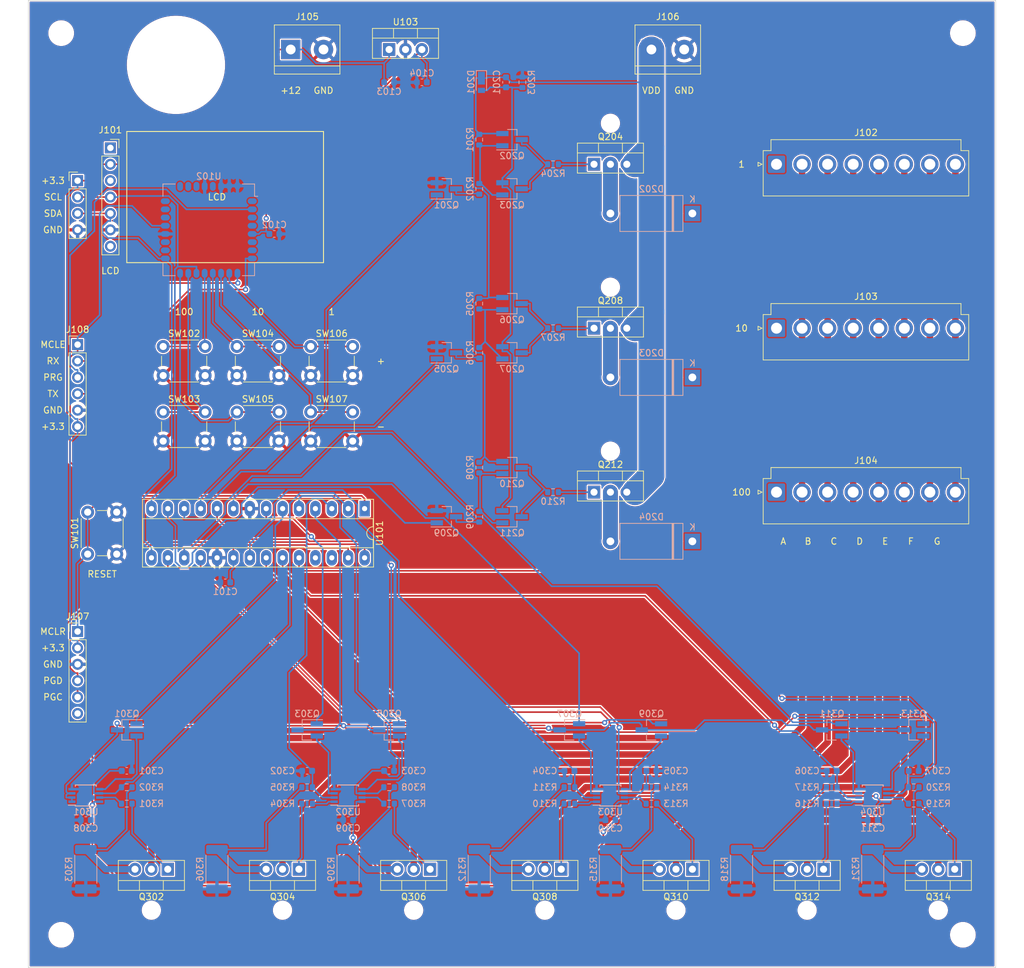
<source format=kicad_pcb>
(kicad_pcb (version 20211014) (generator pcbnew)
  (layers (0 "F.Cu" signal) (31 "B.Cu" signal) (34 "B.Paste" user) (35 "F.Paste" user) (36 "B.SilkS" user "B.Silkscreen") (37 "F.SilkS" user "F.Silkscreen") (38 "B.Mask" user) (39 "F.Mask" user) (44 "Edge.Cuts" user))
  (net 0 "")
  (net 1 "GND")
  (net 2 "+3.3V")
  (net 3 "Net-(C201-Pad2)")
  (net 4 "+12V")
  (net 5 "/CsensA")
  (net 6 "/CsensB")
  (net 7 "/CsensC")
  (net 8 "/CsensD")
  (net 9 "/CsensE")
  (net 10 "/CsensF")
  (net 11 "/CsensG")
  (net 12 "/LedAnodeDrivers/AnodeOne")
  (net 13 "Net-(D202-Pad2)")
  (net 14 "/LedAnodeDrivers/AnodeTen")
  (net 15 "Net-(D203-Pad2)")
  (net 16 "/LedAnodeDrivers/AnodeHun")
  (net 17 "Net-(D204-Pad2)")
  (net 19 "/RST")
  (net 20 "/MCLR")
  (net 21 "/PGD")
  (net 22 "/PGC")
  (net 24 "VDD")
  (net 25 "/LedCathodeDrivers/CathodeA")
  (net 26 "/LedCathodeDrivers/CathodeB")
  (net 27 "/LedCathodeDrivers/CathodeC")
  (net 28 "/LedCathodeDrivers/CathodeD")
  (net 29 "/LedCathodeDrivers/CathodeE")
  (net 30 "/LedCathodeDrivers/CathodeF")
  (net 31 "/LedCathodeDrivers/CathodeG")
  (net 33 "/PlaceOne")
  (net 34 "Net-(Q201-Pad3)")
  (net 35 "Net-(Q202-Pad1)")
  (net 36 "Net-(Q202-Pad3)")
  (net 37 "Net-(Q204-Pad1)")
  (net 38 "/PlaceTen")
  (net 39 "Net-(Q205-Pad3)")
  (net 40 "Net-(Q206-Pad1)")
  (net 41 "Net-(Q206-Pad3)")
  (net 42 "Net-(Q208-Pad1)")
  (net 43 "/PlaceHun")
  (net 44 "Net-(Q209-Pad3)")
  (net 45 "Net-(Q210-Pad1)")
  (net 46 "Net-(Q210-Pad3)")
  (net 47 "Net-(Q212-Pad1)")
  (net 48 "/SegmentA")
  (net 49 "Net-(Q301-Pad2)")
  (net 50 "Net-(Q302-Pad1)")
  (net 51 "Net-(Q302-Pad3)")
  (net 52 "/SegmentB")
  (net 53 "Net-(Q303-Pad2)")
  (net 54 "/Vref")
  (net 55 "Net-(Q304-Pad1)")
  (net 56 "Net-(Q304-Pad3)")
  (net 57 "/SegmentC")
  (net 58 "Net-(Q305-Pad2)")
  (net 59 "Net-(Q306-Pad1)")
  (net 60 "Net-(Q306-Pad3)")
  (net 61 "/SegmentD")
  (net 62 "Net-(Q307-Pad2)")
  (net 63 "Net-(Q308-Pad1)")
  (net 64 "Net-(Q308-Pad3)")
  (net 65 "/SegmentE")
  (net 66 "Net-(Q309-Pad2)")
  (net 67 "Net-(Q310-Pad1)")
  (net 68 "Net-(Q310-Pad3)")
  (net 69 "/SegmentF")
  (net 70 "Net-(Q311-Pad2)")
  (net 71 "Net-(Q312-Pad1)")
  (net 72 "Net-(Q312-Pad3)")
  (net 73 "/SegmentG")
  (net 74 "Net-(Q313-Pad2)")
  (net 75 "Net-(Q314-Pad1)")
  (net 76 "Net-(Q314-Pad3)")
  (net 77 "Net-(R301-Pad1)")
  (net 78 "Net-(R304-Pad1)")
  (net 79 "Net-(R307-Pad1)")
  (net 80 "Net-(R310-Pad1)")
  (net 81 "Net-(R313-Pad1)")
  (net 82 "Net-(R316-Pad1)")
  (net 83 "Net-(R319-Pad1)")
  (net 84 "/PlusHun")
  (net 85 "/MinusHun")
  (net 86 "/PlusTen")
  (net 87 "/SCL")
  (net 88 "/SDA")
  (net 89 "/MinusTen")
  (net 90 "/PlusOne")
  (net 91 "/MinusOne")
  (net 102 "/RX")
  (net 103 "/PRG")
  (net 104 "/TX")
  (footprint "Package_TO_SOT_THT:TO-220-3_Vertical" (layer "F.Cu") (at 163.83 160.02 180)
    (fp_text reference "Q314")
    (fp_text value "TK40E06N1")
  )
  (footprint "MountingHole:MountingHole_3.2mm_M3" (layer "F.Cu") (at 165.1 170.18)
    (fp_text reference "REF04" hide)
    (fp_text value "MountingHole_3.2mm_M3")
  )
  (footprint "Button_Switch_THT:SW_PUSH_6mm" (layer "F.Cu") (at 64.06 89.19)
    (fp_text reference "SW107")
    (fp_text value "MinusOne")
  )
  (footprint "Connector_JST:JST_VH_B8P-VH_1x08_P3.96mm_Vertical" (layer "F.Cu") (at 136.2225 76.2)
    (fp_text reference "J103")
    (fp_text value "10")
  )
  (footprint "Package_TO_SOT_THT:TO-220-3_Vertical" (layer "F.Cu") (at 62.23 160.02 180)
    (fp_text reference "Q304")
    (fp_text value "TK40E06N1")
  )
  (footprint "Package_TO_SOT_THT:TO-220-3_Vertical" (layer "F.Cu") (at 107.95 50.8)
    (fp_text reference "Q204")
    (fp_text value "2SJ349")
  )
  (footprint "MountingHole:MountingHole_2.2mm_M2" (layer "F.Cu") (at 110.49 69.85)
    (fp_text reference "REF07" hide)
    (fp_text value "MountingHole_2.2mm_M2")
  )
  (footprint "MountingHole:MountingHole_3.2mm_M3" (layer "F.Cu") (at 165.1 30.48)
    (fp_text reference "REF02" hide)
    (fp_text value "MountingHole_3.2mm_M3")
  )
  (footprint "Button_Switch_THT:SW_PUSH_6mm" (layer "F.Cu") (at 41.2 89.19)
    (fp_text reference "SW103")
    (fp_text value "MinusHun")
  )
  (footprint "TerminalBlock:TerminalBlock_bornier-2_P5.08mm" (layer "F.Cu") (at 116.84 33.02)
    (fp_text reference "J106")
    (fp_text value "VDD_IN")
  )
  (footprint "MountingHole:MountingHole_2.2mm_M2" (layer "F.Cu") (at 110.49 95.25)
    (fp_text reference "REF08" hide)
    (fp_text value "MountingHole_2.2mm_M2")
  )
  (footprint "Connector_PinHeader_2.54mm:PinHeader_1x06_P2.54mm_Vertical" (layer "F.Cu") (at 27.94 123.19)
    (fp_text reference "J107")
    (fp_text value "PICkit")
  )
  (footprint "MountingHole:MountingHole_3.2mm_M3" (layer "F.Cu") (at 25.4 170.18)
    (fp_text reference "REF03" hide)
    (fp_text value "MountingHole_3.2mm_M3")
  )
  (footprint "MountingHole:MountingHole_2.2mm_M2" (layer "F.Cu") (at 39.37 166.37)
    (fp_text reference "REF09" hide)
    (fp_text value "MountingHole_2.2mm_M2")
  )
  (footprint "MountingHole:MountingHole_2.2mm_M2" (layer "F.Cu") (at 59.69 166.37)
    (fp_text reference "REF10" hide)
    (fp_text value "MountingHole_2.2mm_M2")
  )
  (footprint "Package_TO_SOT_THT:TO-220-3_Vertical" (layer "F.Cu") (at 107.95 101.6)
    (fp_text reference "Q212")
    (fp_text value "2SJ349")
  )
  (footprint "MountingHole:MountingHole_2.2mm_M2" (layer "F.Cu") (at 140.97 166.37)
    (fp_text reference "REF14" hide)
    (fp_text value "MountingHole_2.2mm_M2")
  )
  (footprint "Package_TO_SOT_THT:TO-220-3_Vertical" (layer "F.Cu") (at 102.87 160.02 180)
    (fp_text reference "Q308")
    (fp_text value "TK40E06N1")
  )
  (footprint "MountingHole:MountingHole_3.2mm_M3" (layer "F.Cu") (at 25.4 30.48)
    (fp_text reference "REF01" hide)
    (fp_text value "MountingHole_3.2mm_M3")
  )
  (footprint "Button_Switch_THT:SW_PUSH_6mm" (layer "F.Cu") (at 52.63 79.03)
    (fp_text reference "SW104")
    (fp_text value "PlusTen")
  )
  (footprint "MountingHole:MountingHole_2.2mm_M2" (layer "F.Cu") (at 100.33 166.37)
    (fp_text reference "REF12" hide)
    (fp_text value "MountingHole_2.2mm_M2")
  )
  (footprint "MountingHole:MountingHole_2.2mm_M2" (layer "F.Cu") (at 80.01 166.37)
    (fp_text reference "REF11" hide)
    (fp_text value "MountingHole_2.2mm_M2")
  )
  (footprint "Package_TO_SOT_THT:TO-220-3_Vertical" (layer "F.Cu") (at 76.2 33.02)
    (fp_text reference "U103")
    (fp_text value "LM2931-3.3_TO220")
  )
  (footprint "Button_Switch_THT:SW_PUSH_6mm" (layer "F.Cu") (at 41.2 79.03)
    (fp_text reference "SW102")
    (fp_text value "PlusHun")
  )
  (footprint "Connector_JST:JST_VH_B8P-VH_1x08_P3.96mm_Vertical" (layer "F.Cu") (at 136.2225 50.8)
    (fp_text reference "J102")
    (fp_text value "1")
  )
  (footprint "Package_TO_SOT_THT:TO-220-3_Vertical" (layer "F.Cu") (at 82.55 160.02 180)
    (fp_text reference "Q306")
    (fp_text value "TK40E06N1")
  )
  (footprint "Connector_JST:JST_VH_B8P-VH_1x08_P3.96mm_Vertical" (layer "F.Cu") (at 136.2225 101.6)
    (fp_text reference "J104")
    (fp_text value "100")
  )
  (footprint "Package_DIP:DIP-28_W7.62mm_Socket_LongPads" (layer "F.Cu") (at 72.405 104.15 -90)
    (fp_text reference "U101")
    (fp_text value "PIC16F1516-ISP")
  )
  (footprint "Button_Switch_THT:SW_PUSH_6mm" (layer "F.Cu") (at 29.5 111.2 90)
    (fp_text reference "SW101")
    (fp_text value "SW_Push")
  )
  (footprint "Connector_PinSocket_2.54mm:PinSocket_1x07_P2.54mm_Vertical" (layer "F.Cu") (at 33.02 48.26)
    (fp_text reference "J101")
    (fp_text value "LCD")
  )
  (footprint "Package_TO_SOT_THT:TO-220-3_Vertical" (layer "F.Cu") (at 107.95 76.2)
    (fp_text reference "Q208")
    (fp_text value "2SJ349")
  )
  (footprint "Connector_PinHeader_2.54mm:PinHeader_1x06_P2.54mm_Vertical" (layer "F.Cu") (at 27.94 78.74)
    (fp_text reference "J108")
    (fp_text value "TweLite-R")
  )
  (footprint "MountingHole:MountingHole_2.2mm_M2" (layer "F.Cu") (at 110.49 44.45)
    (fp_text reference "REF06" hide)
    (fp_text value "MountingHole_2.2mm_M2")
  )
  (footprint "Button_Switch_THT:SW_PUSH_6mm" (layer "F.Cu") (at 64.06 79.03)
    (fp_text reference "SW106")
    (fp_text value "PlusOne")
  )
  (footprint "Package_TO_SOT_THT:TO-220-3_Vertical" (layer "F.Cu") (at 123.19 160.02 180)
    (fp_text reference "Q310")
    (fp_text value "TK40E06N1")
  )
  (footprint "Package_TO_SOT_THT:TO-220-3_Vertical" (layer "F.Cu") (at 41.91 160.02 180)
    (fp_text reference "Q302")
    (fp_text value "TK40E06N1")
  )
  (footprint "MountingHole:MountingHole_2.2mm_M2" (layer "F.Cu") (at 120.65 166.37)
    (fp_text reference "REF13" hide)
    (fp_text value "MountingHole_2.2mm_M2")
  )
  (footprint "Connector_PinHeader_2.54mm:PinHeader_1x04_P2.54mm_Vertical" (layer "F.Cu") (at 27.94 53.34)
    (fp_text reference "I2C101" hide)
    (fp_text value "Conn_01x04_Male")
  )
  (footprint "MountingHole:MountingHole_2.2mm_M2" (layer "F.Cu") (at 161.29 166.37)
    (fp_text reference "REF15" hide)
    (fp_text value "MountingHole_2.2mm_M2")
  )
  (footprint "Package_TO_SOT_THT:TO-220-3_Vertical" (layer "F.Cu") (at 143.51 160.02 180)
    (fp_text reference "Q312")
    (fp_text value "TK40E06N1")
  )
  (footprint "Button_Switch_THT:SW_PUSH_6mm" (layer "F.Cu") (at 52.63 89.19)
    (fp_text reference "SW105")
    (fp_text value "MinusTen")
  )
  (footprint "MountingHole:MountingHole_6.4mm_M6" (layer "F.Cu") (at 43.18 35.40377)
    (fp_text reference "REF05" hide)
    (fp_text value "MountingHole_6.4mm_M6")
  )
  (footprint "TerminalBlock:TerminalBlock_bornier-2_P5.08mm" (layer "F.Cu") (at 60.96 33.02)
    (fp_text reference "J105")
    (fp_text value "DC12_IN")
  )
  (footprint "Resistor_SMD:R_0603_1608Metric" (layer "B.Cu") (at 90.17 54.61 -90)
    (fp_text reference "R202")
    (fp_text value "10k")
  )
  (footprint "Resistor_SMD:R_0603_1608Metric" (layer "B.Cu") (at 35.56 147.32)
    (fp_text reference "R302")
    (fp_text value "1k")
  )
  (footprint "Resistor_SMD:R_0603_1608Metric" (layer "B.Cu") (at 90.17 80.01 -90)
    (fp_text reference "R206")
    (fp_text value "10k")
  )
  (footprint "Package_TO_SOT_SMD:SOT-23_Handsoldering" (layer "B.Cu") (at 63.5 138.43 180)
    (fp_text reference "Q303")
    (fp_text value "BSS138")
  )
  (footprint "Package_SO:TSSOP-8_3x3mm_P0.65mm" (layer "B.Cu") (at 69.85 148.59)
    (fp_text reference "U302")
    (fp_text value "LM358")
  )
  (footprint "Resistor_SMD:R_0603_1608Metric" (layer "B.Cu") (at 144.78 147.32 180)
    (fp_text reference "R317")
    (fp_text value "1k")
  )
  (footprint "Package_SO:TSSOP-8_3x3mm_P0.65mm" (layer "B.Cu") (at 29.21 148.59)
    (fp_text reference "U301")
    (fp_text value "LM358")
  )
  (footprint "Package_TO_SOT_SMD:SOT-23_Handsoldering" (layer "B.Cu") (at 144.78 138.43 180)
    (fp_text reference "Q311")
    (fp_text value "BSS138")
  )
  (footprint "Capacitor_SMD:C_0603_1608Metric" (layer "B.Cu") (at 81.28 38.1 180)
    (fp_text reference "C104")
    (fp_text value "10u")
  )
  (footprint "Resistor_SMD:R_0603_1608Metric" (layer "B.Cu") (at 96.8525 38.1 90)
    (fp_text reference "R203")
    (fp_text value "10k")
  )
  (footprint "Package_TO_SOT_SMD:SOT-23_Handsoldering" (layer "B.Cu") (at 35.56 138.43 180)
    (fp_text reference "Q301")
    (fp_text value "BSS138")
  )
  (footprint "Resistor_SMD:R_0603_1608Metric" (layer "B.Cu") (at 116.84 147.32)
    (fp_text reference "R314")
    (fp_text value "1k")
  )
  (footprint "Diode_SMD:D_TUMD2" (layer "B.Cu") (at 90.5025 38.1 -90)
    (fp_text reference "D201")
    (fp_text value "UDZV12B")
  )
  (footprint "Package_TO_SOT_SMD:SOT-23_Handsoldering" (layer "B.Cu") (at 85.09 105.41)
    (fp_text reference "Q209")
    (fp_text value "BSS138")
  )
  (footprint "Capacitor_SMD:C_0603_1608Metric" (layer "B.Cu") (at 50.815 115.58)
    (fp_text reference "C101")
    (fp_text value "0.1u")
  )
  (footprint "Resistor_SMD:R_0603_1608Metric" (layer "B.Cu") (at 157.48 149.86)
    (fp_text reference "R319")
    (fp_text value "20")
  )
  (footprint "Capacitor_SMD:C_0603_1608Metric" (layer "B.Cu") (at 63.5 144.78 180)
    (fp_text reference "C302")
    (fp_text value "1u")
  )
  (footprint "Package_TO_SOT_SMD:SOT-23_Handsoldering" (layer "B.Cu") (at 116.84 138.43 180)
    (fp_text reference "Q309")
    (fp_text value "BSS138")
  )
  (footprint "Resistor_SMD:R_2512_6332Metric_Pad1.40x3.35mm_HandSolder" (layer "B.Cu") (at 49.53 160.02 -90)
    (fp_text reference "R306")
    (fp_text value "1.0")
  )
  (footprint "Package_SO:TSSOP-8_3x3mm_P0.65mm" (layer "B.Cu") (at 151.13 148.59)
    (fp_text reference "U304")
    (fp_text value "LM358")
  )
  (footprint "Resistor_SMD:R_0603_1608Metric" (layer "B.Cu") (at 63.5 147.32 180)
    (fp_text reference "R305")
    (fp_text value "1k")
  )
  (footprint "Resistor_SMD:R_0603_1608Metric" (layer "B.Cu") (at 90.17 46.99 -90)
    (fp_text reference "R201")
    (fp_text value "3.3k")
  )
  (footprint "Capacitor_SMD:C_0603_1608Metric" (layer "B.Cu") (at 76.2 38.1)
    (fp_text reference "C103")
    (fp_text value "10u")
  )
  (footprint "Resistor_SMD:R_0603_1608Metric" (layer "B.Cu") (at 104.14 149.86 180)
    (fp_text reference "R310")
    (fp_text value "20")
  )
  (footprint "Resistor_SMD:R_0603_1608Metric" (layer "B.Cu") (at 101.6 50.8)
    (fp_text reference "R204")
    (fp_text value "20")
  )
  (footprint "Capacitor_SMD:C_0603_1608Metric" (layer "B.Cu") (at 58.42 61.595 180)
    (fp_text reference "C102")
    (fp_text value "0.1u")
  )
  (footprint "Capacitor_SMD:C_0603_1608Metric" (layer "B.Cu") (at 151.13 152.4 180)
    (fp_text reference "C311")
    (fp_text value "0.1u")
  )
  (footprint "Diode_THT:D_DO-27_P12.70mm_Horizontal" (layer "B.Cu") (at 123.19 109.22 180)
    (fp_text reference "D204")
    (fp_text value "ER504")
  )
  (footprint "Resistor_SMD:R_0603_1608Metric" (layer "B.Cu") (at 144.78 149.86 180)
    (fp_text reference "R316")
    (fp_text value "20")
  )
  (footprint "Resistor_SMD:R_0603_1608Metric" (layer "B.Cu") (at 101.6 76.2)
    (fp_text reference "R207")
    (fp_text value "20")
  )
  (footprint "Package_TO_SOT_SMD:SOT-23_Handsoldering" (layer "B.Cu") (at 76.2 138.43 180)
    (fp_text reference "Q305")
    (fp_text value "BSS138")
  )
  (footprint "Package_TO_SOT_SMD:SOT-23_Handsoldering" (layer "B.Cu") (at 95.25 80.01)
    (fp_text reference "Q207")
    (fp_text value "BSS138")
  )
  (footprint "Capacitor_SMD:C_0603_1608Metric" (layer "B.Cu") (at 116.84 144.78)
    (fp_text reference "C305")
    (fp_text value "1u")
  )
  (footprint "Resistor_SMD:R_2512_6332Metric_Pad1.40x3.35mm_HandSolder" (layer "B.Cu") (at 130.81 160.02 -90)
    (fp_text reference "R318")
    (fp_text value "1.0")
  )
  (footprint "Capacitor_SMD:C_0603_1608Metric" (layer "B.Cu") (at 157.48 144.78)
    (fp_text reference "C307")
    (fp_text value "1u")
  )
  (footprint "Package_TO_SOT_SMD:SOT-23_Handsoldering" (layer "B.Cu") (at 95.25 46.99)
    (fp_text reference "Q202")
    (fp_text value "BSS84")
  )
  (footprint "Package_TO_SOT_SMD:SOT-23_Handsoldering" (layer "B.Cu") (at 95.25 105.41)
    (fp_text reference "Q211")
    (fp_text value "BSS138")
  )
  (footprint "Diode_THT:D_DO-27_P12.70mm_Horizontal" (layer "B.Cu") (at 123.19 83.82 180)
    (fp_text reference "D203")
    (fp_text value "ER504")
  )
  (footprint "Resistor_SMD:R_0603_1608Metric" (layer "B.Cu") (at 90.17 97.79 -90)
    (fp_text reference "R208")
    (fp_text value "3.3k")
  )
  (footprint "Capacitor_SMD:C_0603_1608Metric" (layer "B.Cu") (at 104.14 144.78 180)
    (fp_text reference "C304")
    (fp_text value "1u")
  )
  (footprint "Package_TO_SOT_SMD:SOT-23_Handsoldering" (layer "B.Cu") (at 95.25 54.61)
    (fp_text reference "Q203")
    (fp_text value "BSS138")
  )
  (footprint "Capacitor_SMD:C_0603_1608Metric" (layer "B.Cu") (at 110.49 152.4 180)
    (fp_text reference "C310")
    (fp_text value "0.1u")
  )
  (footprint "Resistor_SMD:R_2512_6332Metric_Pad1.40x3.35mm_HandSolder" (layer "B.Cu") (at 69.85 160.02 -90)
    (fp_text reference "R309")
    (fp_text value "1.0")
  )
  (footprint "Capacitor_SMD:C_0603_1608Metric" (layer "B.Cu") (at 144.78 144.78 180)
    (fp_text reference "C306")
    (fp_text value "1u")
  )
  (footprint "Package_TO_SOT_SMD:SOT-23_Handsoldering" (layer "B.Cu") (at 85.09 80.01)
    (fp_text reference "Q205")
    (fp_text value "BSS138")
  )
  (footprint "Package_TO_SOT_SMD:SOT-23_Handsoldering" (layer "B.Cu") (at 104.14 138.43 180)
    (fp_text reference "Q307")
    (fp_text value "BSS138")
  )
  (footprint "Resistor_SMD:R_2512_6332Metric_Pad1.40x3.35mm_HandSolder" (layer "B.Cu") (at 110.49 160.02 -90)
    (fp_text reference "R315")
    (fp_text value "1.0")
  )
  (footprint "Capacitor_SMD:C_0603_1608Metric" (layer "B.Cu") (at 94.3125 38.1 -90)
    (fp_text reference "C201")
    (fp_text value "1u")
  )
  (footprint "Resistor_SMD:R_0603_1608Metric" (layer "B.Cu") (at 101.6 101.6)
    (fp_text reference "R210")
    (fp_text value "20")
  )
  (footprint "Capacitor_SMD:C_0603_1608Metric" (layer "B.Cu") (at 35.56 144.78)
    (fp_text reference "C301")
    (fp_text value "1u")
  )
  (footprint "Resistor_SMD:R_2512_6332Metric_Pad1.40x3.35mm_HandSolder" (layer "B.Cu") (at 29.21 160.02 -90)
    (fp_text reference "R303")
    (fp_text value "1.0")
  )
  (footprint "Resistor_SMD:R_0603_1608Metric" (layer "B.Cu") (at 76.2 149.86)
    (fp_text reference "R307")
    (fp_text value "20")
  )
  (footprint "Resistor_SMD:R_0603_1608Metric" (layer "B.Cu") (at 157.48 147.32)
    (fp_text reference "R320")
    (fp_text value "1k")
  )
  (footprint "Package_TO_SOT_SMD:SOT-23_Handsoldering" (layer "B.Cu") (at 157.48 138.43 180)
    (fp_text reference "Q313")
    (fp_text value "BSS138")
  )
  (footprint "Resistor_SMD:R_2512_6332Metric_Pad1.40x3.35mm_HandSolder" (layer "B.Cu") (at 90.17 160.02 -90)
    (fp_text reference "R312")
    (fp_text value "1.0")
  )
  (footprint "Package_TO_SOT_SMD:SOT-23_Handsoldering" (layer "B.Cu") (at 85.09 54.61)
    (fp_text reference "Q201")
    (fp_text value "BSS138")
  )
  (footprint "Resistor_SMD:R_2512_6332Metric_Pad1.40x3.35mm_HandSolder" (layer "B.Cu") (at 151.13 160.02 -90)
    (fp_text reference "R321")
    (fp_text value "1.0")
  )
  (footprint "Resistor_SMD:R_0603_1608Metric" (layer "B.Cu") (at 116.84 149.86)
    (fp_text reference "R313")
    (fp_text value "20")
  )
  (footprint "Resistor_SMD:R_0603_1608Metric" (layer "B.Cu") (at 90.17 105.41 -90)
    (fp_text reference "R209")
    (fp_text value "10k")
  )
  (footprint "Resistor_SMD:R_0603_1608Metric" (layer "B.Cu") (at 76.2 147.32)
    (fp_text reference "R308")
    (fp_text value "1k")
  )
  (footprint "Resistor_SMD:R_0603_1608Metric" (layer "B.Cu") (at 63.5 149.86 180)
    (fp_text reference "R304")
    (fp_text value "20")
  )
  (footprint "Package_TO_SOT_SMD:SOT-23_Handsoldering" (layer "B.Cu") (at 95.25 97.79)
    (fp_text reference "Q210")
    (fp_text value "BSS84")
  )
  (footprint "Resistor_SMD:R_0603_1608Metric" (layer "B.Cu") (at 35.56 149.86)
    (fp_text reference "R301")
    (fp_text value "20")
  )
  (footprint "Capacitor_SMD:C_0603_1608Metric" (layer "B.Cu") (at 69.85 152.4 180)
    (fp_text reference "C309")
    (fp_text value "0.1u")
  )
  (footprint "Package_SO:TSSOP-8_3x3mm_P0.65mm" (layer "B.Cu") (at 110.49 148.59)
    (fp_text reference "U303")
    (fp_text value "LM358")
  )
  (footprint "RF_Module:MonoWireless_TWE-L-WX" (layer "B.Cu") (at 48.26 60.96 180)
    (fp_text reference "U102")
    (fp_text value "MW-R-WX")
  )
  (footprint "Resistor_SMD:R_0603_1608Metric" (layer "B.Cu") (at 90.17 72.39 -90)
    (fp_text reference "R205")
    (fp_text value "3.3k")
  )
  (footprint "Resistor_SMD:R_0603_1608Metric" (layer "B.Cu") (at 104.14 147.32 180)
    (fp_text reference "R311")
    (fp_text value "1k")
  )
  (footprint "Capacitor_SMD:C_0603_1608Metric" (layer "B.Cu") (at 29.21 152.4 180)
    (fp_text reference "C308")
    (fp_text value "0.1u")
  )
  (footprint "Package_TO_SOT_SMD:SOT-23_Handsoldering" (layer "B.Cu") (at 95.25 72.39)
    (fp_text reference "Q206")
    (fp_text value "BSS84")
  )
  (footprint "Capacitor_SMD:C_0603_1608Metric" (layer "B.Cu") (at 76.2 144.78)
    (fp_text reference "C303")
    (fp_text value "1u")
  )
  (footprint "Diode_THT:D_DO-27_P12.70mm_Horizontal" (layer "B.Cu") (at 123.19 58.42 180)
    (fp_text reference "D202")
    (fp_text value "ER504")
  )
  (gr_line (start 35.56 45.72) (end 66.04 45.72) (layer "F.SilkS") (width 0.15))
  (gr_line (start 66.04 66.04) (end 35.56 66.04) (layer "F.SilkS") (width 0.15))
  (gr_line (start 35.56 66.04) (end 35.56 45.72) (layer "F.SilkS") (width 0.15))
  (gr_line (start 66.04 45.72) (end 66.04 66.04) (layer "F.SilkS") (width 0.15))
  (gr_line (start 170.18 175.26) (end 170.18 25.4) (layer "Edge.Cuts") (width 0.1))
  (gr_line (start 20.32 175.26) (end 170.18 175.26) (layer "Edge.Cuts") (width 0.1))
  (gr_line (start 20.32 25.4) (end 20.32 175.26) (layer "Edge.Cuts") (width 0.1))
  (gr_line (start 170.18 25.4) (end 20.32 25.4) (layer "Edge.Cuts") (width 0.1))
  (gr_text "RESET" (at 31.75 114.3) (layer "F.SilkS") (effects (font (size 1 1))))
  (gr_text "VDD" (at 116.84 39.37) (layer "F.SilkS") (effects (font (size 1 1))))
  (gr_text "100" (at 130.81 101.6) (layer "F.SilkS") (effects (font (size 1 1))))
  (gr_text "GND" (at 121.92 39.37) (layer "F.SilkS") (effects (font (size 1 1))))
  (gr_text "GND" (at 24.13 128.27) (layer "F.SilkS") (effects (font (size 1 1))))
  (gr_text "+12" (at 60.96 39.37) (layer "F.SilkS") (effects (font (size 1 1))))
  (gr_text "+3.3" (at 24.13 125.73) (layer "F.SilkS") (effects (font (size 1 1))))
  (gr_text "PGC" (at 24.13 133.35) (layer "F.SilkS") (effects (font (size 1 1))))
  (gr_text "+" (at 74.93 81.28) (layer "F.SilkS") (effects (font (size 1 1))))
  (gr_text "+3.3" (at 24.13 91.44) (layer "F.SilkS") (effects (font (size 1 1))))
  (gr_text "SCL" (at 24.13 55.88) (layer "F.SilkS") (effects (font (size 1 1))))
  (gr_text "10" (at 55.88 73.66) (layer "F.SilkS") (effects (font (size 1 1))))
  (gr_text "GND" (at 24.13 88.9) (layer "F.SilkS") (effects (font (size 1 1))))
  (gr_text "RX" (at 24.13 81.28) (layer "F.SilkS") (effects (font (size 1 1))))
  (gr_text "PRG" (at 24.13 83.82) (layer "F.SilkS") (effects (font (size 1 1))))
  (gr_text "1" (at 67.31 73.66) (layer "F.SilkS") (effects (font (size 1 1))))
  (gr_text "GND" (at 66.04 39.37) (layer "F.SilkS") (effects (font (size 1 1))))
  (gr_text "+3.3" (at 24.13 53.34) (layer "F.SilkS") (effects (font (size 1 1))))
  (gr_text "1" (at 130.81 50.8) (layer "F.SilkS") (effects (font (size 1 1))))
  (gr_text "100" (at 44.45 73.66) (layer "F.SilkS") (effects (font (size 1 1))))
  (gr_text "GND" (at 24.13 60.96) (layer "F.SilkS") (effects (font (size 1 1))))
  (gr_text "PGD" (at 24.13 130.81) (layer "F.SilkS") (effects (font (size 1 1))))
  (gr_text "10" (at 130.81 76.2) (layer "F.SilkS") (effects (font (size 1 1))))
  (gr_text "SDA" (at 24.13 58.42) (layer "F.SilkS") (effects (font (size 1 1))))
  (gr_text "-" (at 74.93 91.44) (layer "F.SilkS") (effects (font (size 1 1))))
  (gr_text "LCD" (at 33.02 67.31) (layer "F.SilkS") (effects (font (size 1 1))))
  (gr_text "A	B	C 	D	E	F	G" (at 149.225 109.22) (layer "F.SilkS") (effects (font (size 1 1))))
  (gr_text "LCD" (at 49.53 55.88) (layer "F.SilkS") (effects (font (size 1 1))))
  (gr_text "MCLR" (at 24.13 123.19) (layer "F.SilkS") (effects (font (size 1 1))))
  (gr_text "MCLE" (at 24.13 78.74) (layer "F.SilkS") (effects (font (size 1 1))))
  (gr_text "TX" (at 24.13 86.36) (layer "F.SilkS") (effects (font (size 1 1))))
  (segment (start 29.3047 53.34) (end 31.8447 50.8) (width 0.25) (layer "F.Cu") (net 2))
  (segment (start 63.5 50.8) (end 81.28 33.02) (width 0.25) (layer "F.Cu") (net 2))
  (segment (start 40.655 112.6477) (end 40.655 111.0237) (width 0.25) (layer "F.Cu") (net 2))
  (segment (start 41.434 110.2447) (end 52.085 110.2447) (width 0.25) (layer "F.Cu") (net 2))
  (segment (start 33.02 50.8) (end 34.1953 50.8) (width 0.25) (layer "F.Cu") (net 2))
  (segment (start 33.02 50.8) (end 31.8447 50.8) (width 0.25) (layer "F.Cu") (net 2))
  (segment (start 40.655 111.0237) (end 41.434 110.2447) (width 0.25) (layer "F.Cu") (net 2))
  (segment (start 57.1588 50.8) (end 63.5 50.8) (width 0.25) (layer "F.Cu") (net 2))
  (segment (start 34.1953 50.8) (end 57.1588 50.8) (width 0.25) (layer "F.Cu") (net 2))
  (segment (start 52.085 111.77) (end 52.085 110.2447) (width 0.25) (layer "F.Cu") (net 2))
  (segment (start 28.5277 53.34) (end 29.3047 53.34) (width 0.25) (layer "F.Cu") (net 2))
  (segment (start 27.94 53.34) (end 28.5277 53.34) (width 0.25) (layer "F.Cu") (net 2))
  (segment (start 27.94 125.73) (end 27.94 124.5547) (width 0.25) (layer "F.Cu") (net 2))
  (segment (start 57.1588 50.8) (end 57.1588 59.1807) (width 0.25) (layer "F.Cu") (net 2))
  (segment (start 28.748 124.5547) (end 40.655 112.6477) (width 0.25) (layer "F.Cu") (net 2))
  (segment (start 27.94 124.5547) (end 28.748 124.5547) (width 0.25) (layer "F.Cu") (net 2))
  (via (at 57.1588 59.1807) (size 0.8) (drill 0.4) (layers "F.Cu" "B.Cu") (net 2))
  (segment (start 26.2876 88.9796) (end 27.5727 90.2647) (width 0.25) (layer "B.Cu") (net 2))
  (segment (start 52.085 113.2953) (end 51.59 113.7903) (width 0.25) (layer "B.Cu") (net 2))
  (segment (start 27.5727 54.5153) (end 26.2876 55.8004) (width 0.25) (layer "B.Cu") (net 2))
  (segment (start 27.132 124.5547) (end 26.7647 124.1874) (width 0.25) (layer "B.Cu") (net 2))
  (segment (start 57.285 61.235) (end 57.1588 61.235) (width 0.25) (layer "B.Cu") (net 2))
  (segment (start 56.3803 61.235) (end 56.0203 61.595) (width 0.25) (layer "B.Cu") (net 2))
  (segment (start 26.7647 93.7906) (end 27.94 92.6153) (width 0.25) (layer "B.Cu") (net 2))
  (segment (start 27.94 54.5153) (end 27.5727 54.5153) (width 0.25) (layer "B.Cu") (net 2))
  (segment (start 57.1588 59.1807) (end 57.1588 61.235) (width 0.25) (layer "B.Cu") (net 2))
  (segment (start 27.94 91.44) (end 27.94 90.2647) (width 0.25) (layer "B.Cu") (net 2))
  (segment (start 26.7647 124.1874) (end 26.7647 93.7906) (width 0.25) (layer "B.Cu") (net 2))
  (segment (start 27.94 53.34) (end 27.94 54.5153) (width 0.25) (layer "B.Cu") (net 2))
  (segment (start 27.94 124.5547) (end 27.132 124.5547) (width 0.25) (layer "B.Cu") (net 2))
  (segment (start 81.28 34.3453) (end 82.055 35.1203) (width 0.25) (layer "B.Cu") (net 2))
  (segment (start 57.1588 61.235) (end 56.3803 61.235) (width 0.25) (layer "B.Cu") (net 2))
  (segment (start 81.28 33.02) (end 81.28 34.3453) (width 0.25) (layer "B.Cu") (net 2))
  (segment (start 54.995 61.595) (end 56.0203 61.595) (width 0.25) (layer "B.Cu") (net 2))
  (segment (start 57.645 61.595) (end 57.285 61.235) (width 0.25) (layer "B.Cu") (net 2))
  (segment (start 51.59 113.7903) (end 51.59 115.58) (width 0.25) (layer "B.Cu") (net 2))
  (segment (start 82.055 35.1203) (end 82.055 38.1) (width 0.25) (layer "B.Cu") (net 2))
  (segment (start 52.085 111.77) (end 52.085 113.2953) (width 0.25) (layer "B.Cu") (net 2))
  (segment (start 27.94 125.73) (end 27.94 124.5547) (width 0.25) (layer "B.Cu") (net 2))
  (segment (start 26.2876 55.8004) (end 26.2876 88.9796) (width 0.25) (layer "B.Cu") (net 2))
  (segment (start 27.94 91.44) (end 27.94 92.6153) (width 0.25) (layer "B.Cu") (net 2))
  (segment (start 27.5727 90.2647) (end 27.94 90.2647) (width 0.25) (layer "B.Cu") (net 2))
  (segment (start 93.75 79.4226) (end 93.75 79.7853) (width 0.25) (layer "B.Cu") (net 3))
  (segment (start 93.75 53.66) (end 93.75 54.3853) (width 0.25) (layer "B.Cu") (net 3))
  (segment (start 93.75 79.06) (end 93.75 78.3347) (width 0.25) (layer "B.Cu") (net 3))
  (segment (start 93.75 104.46) (end 93.75 103.7347) (width 0.25) (layer "B.Cu") (net 3))
  (segment (start 95.0254 80.3354) (end 94.4753 79.7853) (width 0.25) (layer "B.Cu") (net 3))
  (segment (start 95.2 38.875) (end 94.3125 38.875) (width 0.25) (layer "B.Cu") (net 3))
  (segment (start 94.4753 79.7853) (end 93.75 79.7853) (width 0.25) (layer "B.Cu") (net 3))
  (segment (start 93.75 79.4226) (end 93.75 79.06) (width 0.25) (layer "B.Cu") (net 3))
  (segment (start 93.75 53.66) (end 93.75 52.9347) (width 0.25) (layer "B.Cu") (net 3))
  (segment (start 94.3125 38.875) (end 91.8528 38.875) (width 0.25) (layer "B.Cu") (net 3))
  (segment (start 95.0254 54.9354) (end 94.4753 54.3853) (width 0.25) (layer "B.Cu") (net 3))
  (segment (start 95.0254 77.0593) (end 95.0254 54.9354) (width 0.25) (layer "B.Cu") (net 3))
  (segment (start 90.5025 39.35) (end 91.3778 39.35) (width 0.25) (layer "B.Cu") (net 3))
  (segment (start 91.8528 38.875) (end 91.3778 39.35) (width 0.25) (layer "B.Cu") (net 3))
  (segment (start 95.25 38.925) (end 95.25 51.4347) (width 0.25) (layer "B.Cu") (net 3))
  (segment (start 95.25 38.925) (end 96.8525 38.925) (width 0.25) (layer "B.Cu") (net 3))
  (segment (start 95.0254 102.4593) (end 95.0254 80.3354) (width 0.25) (layer "B.Cu") (net 3))
  (segment (start 95.25 38.925) (end 95.2 38.875) (width 0.25) (layer "B.Cu") (net 3))
  (segment (start 95.25 51.4347) (end 93.75 52.9347) (width 0.25) (layer "B.Cu") (net 3))
  (segment (start 93.75 103.7347) (end 95.0254 102.4593) (width 0.25) (layer "B.Cu") (net 3))
  (segment (start 94.4753 54.3853) (end 93.75 54.3853) (width 0.25) (layer "B.Cu") (net 3))
  (segment (start 93.75 78.3347) (end 95.0254 77.0593) (width 0.25) (layer "B.Cu") (net 3))
  (segment (start 35.23985 162.56) (end 64.0534 162.56) (width 0.25) (layer "F.Cu") (net 4))
  (segment (start 114.9593 148.6784) (end 151.6335 148.6784) (width 0.25) (layer "F.Cu") (net 4))
  (segment (start 43.0266 49.5844) (end 29.5129 49.5844) (width 0.25) (layer "F.Cu") (net 4))
  (segment (start 59.1347 33.4763) (end 43.0266 49.5844) (width 0.25) (layer "F.Cu") (net 4))
  (segment (start 59.1347 33.02) (end 59.1347 33.4763) (width 0.25) (layer "F.Cu") (net 4))
  (segment (start 30.2295 157.54965) (end 35.23985 162.56) (width 0.25) (layer "F.Cu") (net 4))
  (segment (start 64.0534 162.56) (end 70.625 155.9884) (width 0.25) (layer "F.Cu") (net 4))
  (segment (start 30.2295 150.0655) (end 30.2295 157.54965) (width 0.25) (layer "F.Cu") (net 4))
  (segment (start 60.96 33.02) (end 59.1347 33.02) (width 0.25) (layer "F.Cu") (net 4))
  (segment (start 109.3923 154.2454) (end 114.9593 148.6784) (width 0.25) (layer "F.Cu") (net 4))
  (segment (start 109.3923 155.9536) (end 109.3923 154.2454) (width 0.25) (layer "F.Cu") (net 4))
  (segment (start 25.8317 53.2656) (end 25.8317 132.9661) (width 0.25) (layer "F.Cu") (net 4))
  (segment (start 27.4856 134.62) (end 28.3846 134.62) (width 0.25) (layer "F.Cu") (net 4))
  (segment (start 28.3846 134.62) (end 30.2295 136.4649) (width 0.25) (layer "F.Cu") (net 4))
  (segment (start 25.8317 132.9661) (end 27.4856 134.62) (width 0.25) (layer "F.Cu") (net 4))
  (segment (start 30.2295 136.4649) (end 30.2295 150.0655) (width 0.25) (layer "F.Cu") (net 4))
  (segment (start 70.625 155.9884) (end 77.1966 162.56) (width 0.25) (layer "F.Cu") (net 4))
  (segment (start 70.625 155.9884) (end 70.625 155.1413) (width 0.25) (layer "F.Cu") (net 4))
  (segment (start 102.7859 162.56) (end 109.3923 155.9536) (width 0.25) (layer "F.Cu") (net 4))
  (segment (start 77.1966 162.56) (end 102.7859 162.56) (width 0.25) (layer "F.Cu") (net 4))
  (segment (start 29.5129 49.5844) (end 25.8317 53.2656) (width 0.25) (layer "F.Cu") (net 4))
  (via (at 109.3923 154.2454) (size 0.8) (drill 0.4) (layers "F.Cu" "B.Cu") (net 4))
  (via (at 30.2295 150.0655) (size 0.8) (drill 0.4) (layers "F.Cu" "B.Cu") (net 4))
  (via (at 70.625 155.1413) (size 0.8) (drill 0.4) (layers "F.Cu" "B.Cu") (net 4))
  (via (at 151.6335 148.6784) (size 0.8) (drill 0.4) (layers "F.Cu" "B.Cu") (net 4))
  (segment (start 111.7647 149.565) (end 111.265 150.0647) (width 0.25) (layer "B.Cu") (net 4))
  (segment (start 60.96 33.02) (end 62.7853 33.02) (width 0.25) (layer "B.Cu") (net 4))
  (segment (start 71.1247 151.9003) (end 71.1247 149.565) (width 0.25) (layer "B.Cu") (net 4))
  (segment (start 111.265 150.0647) (end 111.265 152.4) (width 0.25) (layer "B.Cu") (net 4))
  (segment (start 151.6335 148.7938) (end 152.4047 149.565) (width 0.25) (layer "B.Cu") (net 4))
  (segment (start 75.425 35.1203) (end 75.425 38.1) (width 0.25) (layer "B.Cu") (net 4))
  (segment (start 70.625 152.4) (end 70.625 155.1413) (width 0.25) (layer "B.Cu") (net 4))
  (segment (start 151.6335 148.6784) (end 151.6335 148.7938) (width 0.25) (layer "B.Cu") (net 4))
  (segment (start 76.2 33.02) (end 76.2 34.3453) (width 0.25) (layer "B.Cu") (net 4))
  (segment (start 151.905 152.4) (end 151.905 150.0647) (width 0.25) (layer "B.Cu") (net 4))
  (segment (start 151.905 150.0647) (end 152.4047 149.565) (width 0.25) (layer "B.Cu") (net 4))
  (segment (start 76.2 34.3453) (end 75.425 35.1203) (width 0.25) (layer "B.Cu") (net 4))
  (segment (start 30.4847 149.8103) (end 30.4847 149.565) (width 0.25) (layer "B.Cu") (net 4))
  (segment (start 64.8856 35.1203) (end 75.425 35.1203) (width 0.25) (layer "B.Cu") (net 4))
  (segment (start 109.3923 154.2454) (end 109.4196 154.2454) (width 0.25) (layer "B.Cu") (net 4))
  (segment (start 62.7853 33.02) (end 64.8856 35.1203) (width 0.25) (layer "B.Cu") (net 4))
  (segment (start 153.28 149.565) (end 152.4047 149.565) (width 0.25) (layer "B.Cu") (net 4))
  (segment (start 31.36 149.565) (end 30.4847 149.565) (width 0.25) (layer "B.Cu") (net 4))
  (segment (start 109.4196 154.2454) (end 111.265 152.4) (width 0.25) (layer "B.Cu") (net 4))
  (segment (start 29.985 152.4) (end 30.2295 152.1555) (width 0.25) (layer "B.Cu") (net 4))
  (segment (start 30.2295 150.0655) (end 30.4847 149.8103) (width 0.25) (layer "B.Cu") (net 4))
  (segment (start 72 149.565) (end 71.1247 149.565) (width 0.25) (layer "B.Cu") (net 4))
  (segment (start 70.625 152.4) (end 71.1247 151.9003) (width 0.25) (layer "B.Cu") (net 4))
  (segment (start 30.2295 152.1555) (end 30.2295 150.0655) (width 0.25) (layer "B.Cu") (net 4))
  (segment (start 112.64 149.565) (end 111.7647 149.565) (width 0.25) (layer "B.Cu") (net 4))
  (segment (start 32.9397 144.78) (end 34.785 144.78) (width 0.25) (layer "B.Cu") (net 5))
  (segment (start 33.79 148.265) (end 34.735 147.32) (width 0.25) (layer "B.Cu") (net 5))
  (segment (start 30.4847 147.235) (end 32.9397 144.78) (width 0.25) (layer "B.Cu") (net 5))
  (segment (start 31.36 148.265) (end 30.4847 148.265) (width 0.25) (layer "B.Cu") (net 5))
  (segment (start 60.8304 122.198) (end 36.5096 146.5188) (width 0.25) (layer "B.Cu") (net 5))
  (segment (start 69.865 103.9706) (end 67.6185 101.7241) (width 0.25) (layer "B.Cu") (net 5))
  (segment (start 60.8304 103.3345) (end 60.8304 122.198) (width 0.25) (layer "B.Cu") (net 5))
  (segment (start 35.5362 146.5188) (end 34.735 147.32) (width 0.25) (layer "B.Cu") (net 5))
  (segment (start 62.4408 101.7241) (end 60.8304 103.3345) (width 0.25) (layer "B.Cu") (net 5))
  (segment (start 69.865 104.15) (end 69.865 103.9706) (width 0.25) (layer "B.Cu") (net 5))
  (segment (start 31.36 148.265) (end 33.79 148.265) (width 0.25) (layer "B.Cu") (net 5))
  (segment (start 36.5096 146.5188) (end 35.5362 146.5188) (width 0.25) (layer "B.Cu") (net 5))
  (segment (start 30.4847 148.265) (end 30.4847 147.235) (width 0.25) (layer "B.Cu") (net 5))
  (segment (start 67.6185 101.7241) (end 62.4408 101.7241) (width 0.25) (layer "B.Cu") (net 5))
  (segment (start 65.7997 102.6247) (end 64.2818 102.6247) (width 0.25) (layer "B.Cu") (net 6))
  (segment (start 60.7246 129.5819) (end 60.7246 141.2296) (width 0.25) (layer "B.Cu") (net 6))
  (segment (start 60.7246 141.2296) (end 64.275 144.78) (width 0.25) (layer "B.Cu") (net 6))
  (segment (start 64.325 144.83) (end 64.275 144.78) (width 0.25) (layer "B.Cu") (net 6))
  (segment (start 67.7 148.915) (end 65.92 148.915) (width 0.25) (layer "B.Cu") (net 6))
  (segment (start 63.4253 103.4812) (end 63.4253 126.8812) (width 0.25) (layer "B.Cu") (net 6))
  (segment (start 67.325 104.15) (end 65.7997 102.6247) (width 0.25) (layer "B.Cu") (net 6))
  (segment (start 63.4253 126.8812) (end 60.7246 129.5819) (width 0.25) (layer "B.Cu") (net 6))
  (segment (start 64.2818 102.6247) (end 63.4253 103.4812) (width 0.25) (layer "B.Cu") (net 6))
  (segment (start 64.325 147.32) (end 64.325 144.83) (width 0.25) (layer "B.Cu") (net 6))
  (segment (start 65.92 148.915) (end 64.325 147.32) (width 0.25) (layer "B.Cu") (net 6))
  (segment (start 67.429 102.1744) (end 62.6953 102.1744) (width 0.25) (layer "B.Cu") (net 7))
  (segment (start 68.595 107.0754) (end 68.595 103.3404) (width 0.25) (layer "B.Cu") (net 7))
  (segment (start 62.245 104.15) (end 62.245 102.6247) (width 0.25) (layer "B.Cu") (net 7))
  (segment (start 68.595 103.3404) (end 67.429 102.1744) (width 0.25) (layer "B.Cu") (net 7))
  (segment (start 75.375 147.32) (end 74.43 148.265) (width 0.25) (layer "B.Cu") (net 7))
  (segment (start 71.135 132.415) (end 71.135 109.6154) (width 0.25) (layer "B.Cu") (net 7))
  (segment (start 77.7653 145.2674) (end 77.7653 142.9043) (width 0.25) (layer "B.Cu") (net 7))
  (segment (start 62.6953 102.1744) (end 62.245 102.6247) (width 0.25) (layer "B.Cu") (net 7))
  (segment (start 76.4246 141.5636) (end 76.4246 137.7046) (width 0.25) (layer "B.Cu") (net 7))
  (segment (start 76.2607 145.6157) (end 77.417 145.6157) (width 0.25) (layer "B.Cu") (net 7))
  (segment (start 77.7653 142.9043) (end 76.4246 141.5636) (width 0.25) (layer "B.Cu") (net 7))
  (segment (start 76.4246 137.7046) (end 71.135 132.415) (width 0.25) (layer "B.Cu") (net 7))
  (segment (start 71.1247 147.2468) (end 73.5915 144.78) (width 0.25) (layer "B.Cu") (net 7))
  (segment (start 71.1247 148.265) (end 71.1247 147.2468) (width 0.25) (layer "B.Cu") (net 7))
  (segment (start 72 148.265) (end 71.1247 148.265) (width 0.25) (layer "B.Cu") (net 7))
  (segment (start 75.425 144.78) (end 76.2607 145.6157) (width 0.25) (layer "B.Cu") (net 7))
  (segment (start 73.5915 144.78) (end 75.425 144.78) (width 0.25) (layer "B.Cu") (net 7))
  (segment (start 71.135 109.6154) (end 68.595 107.0754) (width 0.25) (layer "B.Cu") (net 7))
  (segment (start 77.417 145.6157) (end 77.7653 145.2674) (width 0.25) (layer "B.Cu") (net 7))
  (segment (start 74.43 148.265) (end 72 148.265) (width 0.25) (layer "B.Cu") (net 7))
  (segment (start 69 101.2738) (end 60.5709 101.2738) (width 0.25) (layer "B.Cu") (net 8))
  (segment (start 58.435 103.4097) (end 58.435 105.7978) (width 0.25) (layer "B.Cu") (net 8))
  (segment (start 54.625 111.77) (end 54.625 110.2447) (width 0.25) (layer "B.Cu") (net 8))
  (segment (start 77.7 112.2806) (end 71.2796 105.8602) (width 0.25) (layer "B.Cu") (net 8))
  (segment (start 106.56 148.915) (end 104.965 147.32) (width 0.25) (layer "B.Cu") (net 8))
  (segment (start 71.2796 103.5534) (end 69 101.2738) (width 0.25) (layer "B.Cu") (net 8))
  (segment (start 77.7 117.565) (end 77.7 112.2806) (width 0.25) (layer "B.Cu") (net 8))
  (segment (start 104.965 144.83) (end 104.915 144.78) (width 0.25) (layer "B.Cu") (net 8))
  (segment (start 108.34 148.915) (end 106.56 148.915) (width 0.25) (layer "B.Cu") (net 8))
  (segment (start 104.915 144.78) (end 77.7 117.565) (width 0.25) (layer "B.Cu") (net 8))
  (segment (start 58.435 105.7978) (end 54.625 109.6078) (width 0.25) (layer "B.Cu") (net 8))
  (segment (start 60.5709 101.2738) (end 58.435 103.4097) (width 0.25) (layer "B.Cu") (net 8))
  (segment (start 71.2796 105.8602) (end 71.2796 103.5534) (width 0.25) (layer "B.Cu") (net 8))
  (segment (start 104.965 147.32) (end 104.965 144.83) (width 0.25) (layer "B.Cu") (net 8))
  (segment (start 54.625 109.6078) (end 54.625 110.2447) (width 0.25) (layer "B.Cu") (net 8))
  (segment (start 108.9135 134.8945) (end 111.8481 137.8291) (width 0.25) (layer "F.Cu") (net 9))
  (segment (start 78.7642 134.8945) (end 108.9135 134.8945) (width 0.25) (layer "F.Cu") (net 9))
  (segment (start 111.8481 137.8291) (end 111.8481 138.0542) (width 0.25) (layer "F.Cu") (net 9))
  (segment (start 57.165 111.77) (end 57.165 113.2953) (width 0.25) (layer "F.Cu") (net 9))
  (segment (start 57.165 113.2953) (end 78.7642 134.8945) (width 0.25) (layer "F.Cu") (net 9))
  (via (at 111.8481 138.0542) (size 0.8) (drill 0.4) (layers "F.Cu" "B.Cu") (net 9))
  (segment (start 112.64 148.265) (end 111.7647 148.265) (width 0.25) (layer "B.Cu") (net 9))
  (segment (start 116.015 147.32) (end 116.065 147.27) (width 0.25) (layer "B.Cu") (net 9))
  (segment (start 115.07 148.265) (end 112.64 148.265) (width 0.25) (layer "B.Cu") (net 9))
  (segment (start 116.015 147.32) (end 115.07 148.265) (width 0.25) (layer "B.Cu") (net 9))
  (segment (start 116.065 147.27) (end 116.065 144.78) (width 0.25) (layer "B.Cu") (net 9))
  (segment (start 111.7647 148.265) (end 111.7647 138.1376) (width 0.25) (layer "B.Cu") (net 9))
  (segment (start 111.7647 138.1376) (end 111.8481 138.0542) (width 0.25) (layer "B.Cu") (net 9))
  (segment (start 115.8737 117.6607) (end 135.9127 137.6997) (width 0.25) (layer "F.Cu") (net 10))
  (segment (start 64.0704 117.6607) (end 115.8737 117.6607) (width 0.25) (layer "F.Cu") (net 10))
  (segment (start 59.705 111.77) (end 59.705 113.2953) (width 0.25) (layer "F.Cu") (net 10))
  (segment (start 59.705 113.2953) (end 64.0704 117.6607) (width 0.25) (layer "F.Cu") (net 10))
  (via (at 135.9127 137.6997) (size 0.8) (drill 0.4) (layers "F.Cu" "B.Cu") (net 10))
  (segment (start 136.8189 138.6059) (end 135.9127 137.6997) (width 0.25) (layer "B.Cu") (net 10))
  (segment (start 148.98 148.915) (end 147.2 148.915) (width 0.25) (layer "B.Cu") (net 10))
  (segment (start 145.605 144.83) (end 145.555 144.78) (width 0.25) (layer "B.Cu") (net 10))
  (segment (start 139.3809 138.6059) (end 136.8189 138.6059) (width 0.25) (layer "B.Cu") (net 10))
  (segment (start 147.2 148.915) (end 145.605 147.32) (width 0.25) (layer "B.Cu") (net 10))
  (segment (start 145.605 147.32) (end 145.605 144.83) (width 0.25) (layer "B.Cu") (net 10))
  (segment (start 145.555 144.78) (end 139.3809 138.6059) (width 0.25) (layer "B.Cu") (net 10))
  (segment (start 62.245 111.77) (end 62.245 113.2953) (width 0.25) (layer "F.Cu") (net 11))
  (segment (start 137.0652 133.5458) (end 117.303 113.7836) (width 0.25) (layer "F.Cu") (net 11))
  (segment (start 117.303 113.7836) (end 62.7333 113.7836) (width 0.25) (layer "F.Cu") (net 11))
  (segment (start 62.7333 113.7836) (end 62.245 113.2953) (width 0.25) (layer "F.Cu") (net 11))
  (via (at 137.0652 133.5458) (size 0.8) (drill 0.4) (layers "F.Cu" "B.Cu") (net 11))
  (segment (start 156.705 145.5985) (end 156.705 144.78) (width 0.25) (layer "B.Cu") (net 11))
  (segment (start 156.655 147.32) (end 155.71 148.265) (width 0.25) (layer "B.Cu") (net 11))
  (segment (start 156.705 147.27) (end 156.705 145.5985) (width 0.25) (layer "B.Cu") (net 11))
  (segment (start 155.71 148.265) (end 153.28 148.265) (width 0.25) (layer "B.Cu") (net 11))
  (segment (start 160.7333 143.5879) (end 160.7333 137.3908) (width 0.25) (layer "B.Cu") (net 11))
  (segment (start 160.7333 137.3908) (end 156.8883 133.5458) (width 0.25) (layer "B.Cu") (net 11))
  (segment (start 156.705 145.5985) (end 158.7227 145.5985) (width 0.25) (layer "B.Cu") (net 11))
  (segment (start 156.655 147.32) (end 156.705 147.27) (width 0.25) (layer "B.Cu") (net 11))
  (segment (start 156.8883 133.5458) (end 137.0652 133.5458) (width 0.25) (layer "B.Cu") (net 11))
  (segment (start 158.7227 145.5985) (end 160.7333 143.5879) (width 0.25) (layer "B.Cu") (net 11))
  (segment (start 136.1321 50.8) (end 136.2225 50.8) (width 2.7016) (layer "F.Cu") (net 12))
  (segment (start 123.19 58.42) (end 127.0903 58.42) (width 5) (layer "F.Cu") (net 12))
  (segment (start 136.1321 50.8) (end 134.7103 50.8) (width 5) (layer "F.Cu") (net 12))
  (segment (start 134.7103 50.8) (end 127.0903 58.42) (width 5) (layer "F.Cu") (net 12))
  (segment locked (start 110.49 50.8) (end 110.49 58.42) (width 2.3) (layer "F.Cu") (net 13))
  (segment locked (start 110.49 58.42) (end 110.49 50.8) (width 2.3) (layer "B.Cu") (net 13))
  (segment (start 123.19 83.82) (end 127.0903 83.82) (width 5) (layer "F.Cu") (net 14))
  (segment (start 136.1321 76.2) (end 136.2225 76.2) (width 2.7016) (layer "F.Cu") (net 14))
  (segment (start 136.1321 76.2) (end 134.7103 76.2) (width 5) (layer "F.Cu") (net 14))
  (segment (start 134.7103 76.2) (end 127.0903 83.82) (width 5) (layer "F.Cu") (net 14))
  (segment locked (start 110.49 76.2) (end 110.49 83.82) (width 2.3) (layer "F.Cu") (net 15))
  (segment locked (start 110.49 83.82) (end 110.49 76.2) (width 2.3) (layer "B.Cu") (net 15))
  (segment (start 134.7103 101.6) (end 127.0903 109.22) (width 5) (layer "F.Cu") (net 16))
  (segment (start 136.132 101.6) (end 136.2225 101.6) (width 2.7016) (layer "F.Cu") (net 16))
  (segment (start 123.19 109.22) (end 127.0903 109.22) (width 5) (layer "F.Cu") (net 16))
  (segment (start 136.132 101.6) (end 134.7103 101.6) (width 5) (layer "F.Cu") (net 16))
  (segment locked (start 110.49 101.6) (end 110.49 109.22) (width 2.3) (layer "F.Cu") (net 17))
  (segment locked (start 110.49 101.6) (end 110.49 109.22) (width 2.3) (layer "B.Cu") (net 17))
  (segment (start 27.94 78.74) (end 27.94 79.9153) (width 0.25) (layer "F.Cu") (net 20))
  (segment (start 72.405 102.6247) (end 71.9547 102.1744) (width 0.25) (layer "F.Cu") (net 20))
  (segment (start 32.0256 102.1744) (end 29.5 104.7) (width 0.25) (layer "F.Cu") (net 20))
  (segment (start 26.7647 80.7232) (end 27.5726 79.9153) (width 0.25) (layer "F.Cu") (net 20))
  (segment (start 27.5726 79.9153) (end 27.94 79.9153) (width 0.25) (layer "F.Cu") (net 20))
  (segment (start 72.405 104.15) (end 72.405 102.6247) (width 0.25) (layer "F.Cu") (net 20))
  (segment (start 71.9547 102.1744) (end 32.0256 102.1744) (width 0.25) (layer "F.Cu") (net 20))
  (segment (start 26.7647 96.9135) (end 26.7647 80.7232) (width 0.25) (layer "F.Cu") (net 20))
  (segment (start 32.0256 102.1744) (end 26.7647 96.9135) (width 0.25) (layer "F.Cu") (net 20))
  (segment (start 29.5 111.2) (end 27.94 112.76) (width 0.25) (layer "B.Cu") (net 20))
  (segment (start 27.94 123.19) (end 27.94 122.0147) (width 0.25) (layer "B.Cu") (net 20))
  (segment (start 31.3558 74.1489) (end 31.3558 58.386) (width 0.25) (layer "B.Cu") (net 20))
  (segment (start 32.4975 57.2443) (end 36.3979 57.2443) (width 0.25) (layer "B.Cu") (net 20))
  (segment (start 29.5 104.7) (end 29.5 111.2) (width 0.25) (layer "B.Cu") (net 20))
  (segment (start 27.94 112.76) (end 27.94 122.0147) (width 0.25) (layer "B.Cu") (net 20))
  (segment (start 27.94 78.74) (end 27.94 77.5647) (width 0.25) (layer "B.Cu") (net 20))
  (segment (start 31.3558 58.386) (end 32.4975 57.2443) (width 0.25) (layer "B.Cu") (net 20))
  (segment (start 36.3979 57.2443) (end 39.4786 60.325) (width 0.25) (layer "B.Cu") (net 20))
  (segment (start 39.4786 60.325) (end 41.525 60.325) (width 0.25) (layer "B.Cu") (net 20))
  (segment (start 27.94 77.5647) (end 31.3558 74.1489) (width 0.25) (layer "B.Cu") (net 20))
  (segment (start 26.7647 122.1375) (end 39.111 109.7912) (width 0.25) (layer "F.Cu") (net 21))
  (segment (start 63.1474 109.7912) (end 63.6009 110.2447) (width 0.25) (layer "F.Cu") (net 21))
  (segment (start 69.865 111.77) (end 69.865 110.2447) (width 0.25) (layer "F.Cu") (net 21))
  (segment (start 26.7647 128.8268) (end 26.7647 122.1375) (width 0.25) (layer "F.Cu") (net 21))
  (segment (start 27.94 130.81) (end 27.94 129.6347) (width 0.25) (layer "F.Cu") (net 21))
  (segment (start 63.6009 110.2447) (end 69.865 110.2447) (width 0.25) (layer "F.Cu") (net 21))
  (segment (start 27.5726 129.6347) (end 26.7647 128.8268) (width 0.25) (layer "F.Cu") (net 21))
  (segment (start 39.111 109.7912) (end 63.1474 109.7912) (width 0.25) (layer "F.Cu") (net 21))
  (segment (start 27.94 129.6347) (end 27.5726 129.6347) (width 0.25) (layer "F.Cu") (net 21))
  (segment (start 72.405 111.77) (end 72.405 110.2447) (width 0.25) (layer "F.Cu") (net 22))
  (segment (start 63.3314 109.3383) (end 63.6636 109.6705) (width 0.25) (layer "F.Cu") (net 22))
  (segment (start 63.6636 109.6705) (end 71.8308 109.6705) (width 0.25) (layer "F.Cu") (net 22))
  (segment (start 38.927 109.3383) (end 63.3314 109.3383) (width 0.25) (layer "F.Cu") (net 22))
  (segment (start 27.5727 132.1747) (end 26.2876 130.8896) (width 0.25) (layer "F.Cu") (net 22))
  (segment (start 27.94 133.35) (end 27.94 132.1747) (width 0.25) (layer "F.Cu") (net 22))
  (segment (start 27.94 132.1747) (end 27.5727 132.1747) (width 0.25) (layer "F.Cu") (net 22))
  (segment (start 26.2876 121.9777) (end 38.927 109.3383) (width 0.25) (layer "F.Cu") (net 22))
  (segment (start 71.8308 109.6705) (end 72.405 110.2447) (width 0.25) (layer "F.Cu") (net 22))
  (segment (start 26.2876 130.8896) (end 26.2876 121.9777) (width 0.25) (layer "F.Cu") (net 22))
  (segment (start 113.03 101.6) (end 114.3 101.6) (width 0.25) (layer "F.Cu") (net 24))
  (segment locked (start 116.84 48.26) (end 116.84 73.66) (width 4) (layer "F.Cu") (net 24))
  (segment (start 113.03 50.8) (end 114.3 50.8) (width 0.25) (layer "F.Cu") (net 24))
  (segment locked (start 116.84 73.66) (end 116.84 99.06) (width 4) (layer "F.Cu") (net 24))
  (segment locked (start 116.84 33.02) (end 116.84 48.26) (width 4) (layer "F.Cu") (net 24))
  (segment locked (start 116.84 73.66) (end 114.3 76.2) (width 4) (layer "F.Cu") (net 24))
  (segment locked (start 116.84 99.06) (end 114.3 101.6) (width 4) (layer "F.Cu") (net 24))
  (segment locked (start 116.84 48.26) (end 114.3 50.8) (width 4) (layer "F.Cu") (net 24))
  (segment (start 113.03 76.2) (end 114.3 76.2) (width 0.25) (layer "F.Cu") (net 24))
  (segment locked (start 116.84 73.66) (end 114.3 76.2) (width 4) (layer "B.Cu") (net 24))
  (segment (start 89.3528 79.607) (end 89.3528 72.3822) (width 0.25) (layer "B.Cu") (net 24))
  (segment (start 91.6348 55.6367) (end 91.6348 71.44) (width 0.25) (layer "B.Cu") (net 24))
  (segment locked (start 116.84 48.26) (end 116.84 73.66) (width 4) (layer "B.Cu") (net 24))
  (segment (start 90.64 80.01) (end 89.7558 80.01) (width 0.25) (layer "B.Cu") (net 24))
  (segment (start 89.345 54.2257) (end 89.6305 54.5112) (width 0.25) (layer "B.Cu") (net 24))
  (segment (start 93.75 96.84) (end 91.731 96.84) (width 0.25) (layer "B.Cu") (net 24))
  (segment locked (start 116.84 48.26) (end 114.3 50.8) (width 4) (layer "B.Cu") (net 24))
  (segment (start 91.013 96.122) (end 91.013 80.383) (width 0.25) (layer "B.Cu") (net 24))
  (segment locked (start 116.84 99.06) (end 114.3 101.6) (width 4) (layer "B.Cu") (net 24))
  (segment (start 89.6272 45.4972) (end 90.17 46.04) (width 0.25) (layer "B.Cu") (net 24))
  (segment (start 91.731 96.84) (end 91.013 96.122) (width 0.25) (layer "B.Cu") (net 24))
  (segment (start 90.5093 54.5112) (end 91.6348 55.6367) (width 0.25) (layer "B.Cu") (net 24))
  (segment (start 90.5025 37.45) (end 91.3778 37.45) (width 0.25) (layer "B.Cu") (net 24))
  (segment (start 116.84 38.1) (end 95.0875 38.1) (width 0.25) (layer "B.Cu") (net 24))
  (segment (start 89.3528 72.3822) (end 90.17 71.565) (width 0.25) (layer "B.Cu") (net 24))
  (segment (start 89.345 46.99) (end 89.345 54.2257) (width 0.25) (layer "B.Cu") (net 24))
  (segment (start 94.3125 37.325) (end 91.5028 37.325) (width 0.25) (layer "B.Cu") (net 24))
  (segment (start 90.17 46.04) (end 90.17 46.165) (width 0.25) (layer "B.Cu") (net 24))
  (segment (start 90.17 46.165) (end 89.345 46.99) (width 0.25) (layer "B.Cu") (net 24))
  (segment (start 90.17 46.04) (end 92.4747 46.04) (width 0.25) (layer "B.Cu") (net 24))
  (segment (start 89.6305 54.5112) (end 90.5093 54.5112) (width 0.25) (layer "B.Cu") (net 24))
  (segment (start 92.4747 71.44) (end 91.6348 71.44) (width 0.25) (layer "B.Cu") (net 24))
  (segment locked (start 116.84 73.66) (end 116.84 99.06) (width 4) (layer "B.Cu") (net 24))
  (segment (start 91.013 80.383) (end 90.64 80.01) (width 0.25) (layer "B.Cu") (net 24))
  (segment (start 89.6272 37.45) (end 89.6272 45.4972) (width 0.25) (layer "B.Cu") (net 24))
  (segment (start 91.013 96.122) (end 90.17 96.965) (width 0.25) (layer "B.Cu") (net 24))
  (segment (start 90.5025 37.45) (end 89.6272 37.45) (width 0.25) (layer "B.Cu") (net 24))
  (segment (start 89.7558 80.01) (end 89.3528 79.607) (width 0.25) (layer "B.Cu") (net 24))
  (segment (start 93.75 71.44) (end 92.4747 71.44) (width 0.25) (layer "B.Cu") (net 24))
  (segment (start 91.5098 71.565) (end 90.17 71.565) (width 0.25) (layer "B.Cu") (net 24))
  (segment (start 91.5028 37.325) (end 91.3778 37.45) (width 0.25) (layer "B.Cu") (net 24))
  (segment locked (start 116.84 33.02) (end 116.84 48.26) (width 4) (layer "B.Cu") (net 24))
  (segment (start 95.0875 38.1) (end 94.3125 37.325) (width 0.25) (layer "B.Cu") (net 24))
  (segment (start 93.75 46.04) (end 92.4747 46.04) (width 0.25) (layer "B.Cu") (net 24))
  (segment (start 91.6348 71.44) (end 91.5098 71.565) (width 0.25) (layer "B.Cu") (net 24))
  (segment locked (start 140.1825 50.8) (end 140.1825 101.6) (width 1) (layer "F.Cu") (net 25))
  (segment locked (start 39.37 160.02) (end 39.37 153.67) (width 1) (layer "F.Cu") (net 25))
  (segment locked (start 138.43 139.7) (end 140.1825 137.9475) (width 1) (layer "F.Cu") (net 25))
  (segment locked (start 39.37 153.67) (end 53.34 139.7) (width 1) (layer "F.Cu") (net 25))
  (segment locked (start 140.1825 101.6) (end 140.1825 137.9475) (width 1) (layer "F.Cu") (net 25))
  (segment locked (start 53.34 139.7) (end 138.43 139.7) (width 1) (layer "F.Cu") (net 25))
  (segment (start 140.1825 80.7566) (end 140.1825 76.2) (width 1) (layer "F.Cu") (net 25))
  (segment (start 140.182 80.7571) (end 140.1825 80.7566) (width 1) (layer "F.Cu") (net 25))
  (segment (start 144.142 80.646) (end 144.1425 80.6455) (width 1) (layer "F.Cu") (net 26))
  (segment locked (start 144.1425 140.3375) (end 144.1425 101.6) (width 1) (layer "F.Cu") (net 26))
  (segment (start 144.1425 80.6455) (end 144.1425 76.2) (width 1) (layer "F.Cu") (net 26))
  (segment locked (start 142.24 142.24) (end 144.1425 140.3375) (width 1) (layer "F.Cu") (net 26))
  (segment locked (start 71.12 142.24) (end 142.24 142.24) (width 1) (layer "F.Cu") (net 26))
  (segment locked (start 144.1425 101.6) (end 144.1425 50.8) (width 1) (layer "F.Cu") (net 26))
  (segment locked (start 59.69 153.67) (end 71.12 142.24) (width 1) (layer "F.Cu") (net 26))
  (segment locked (start 59.69 160.02) (end 59.69 153.67) (width 1) (layer "F.Cu") (net 26))
  (segment locked (start 88.9 144.78) (end 146.05 144.78) (width 1) (layer "F.Cu") (net 27))
  (segment locked (start 148.1025 142.7275) (end 148.1025 101.6) (width 1) (layer "F.Cu") (net 27))
  (segment (start 148.1025 81.4421) (end 148.1025 76.2) (width 1) (layer "F.Cu") (net 27))
  (segment (start 148.102 81.4426) (end 148.1025 81.4421) (width 1) (layer "F.Cu") (net 27))
  (segment locked (start 80.01 160.02) (end 80.01 153.67) (width 1) (layer "F.Cu") (net 27))
  (segment locked (start 146.05 144.78) (end 148.1025 142.7275) (width 1) (layer "F.Cu") (net 27))
  (segment locked (start 80.01 153.67) (end 88.9 144.78) (width 1) (layer "F.Cu") (net 27))
  (segment locked (start 148.1025 50.8) (end 148.1025 101.6) (width 1) (layer "F.Cu") (net 27))
  (segment (start 152.062 82.3516) (end 152.0625 82.3511) (width 1) (layer "F.Cu") (net 28))
  (segment locked (start 152.0625 145.455) (end 152.0625 101.6) (width 1) (layer "F.Cu") (net 28))
  (segment (start 152.0625 82.3511) (end 152.0625 76.2) (width 1) (layer "F.Cu") (net 28))
  (segment locked (start 100.33 160.02) (end 100.33 153.67) (width 1) (layer "F.Cu") (net 28))
  (segment locked (start 150.1975 147.32) (end 152.0625 145.455) (width 1) (layer "F.Cu") (net 28))
  (segment locked (start 100.33 153.67) (end 106.68 147.32) (width 1) (layer "F.Cu") (net 28))
  (segment locked (start 152.0625 101.6) (end 152.0625 50.8) (width 1) (layer "F.Cu") (net 28))
  (segment locked (start 106.68 147.32) (end 150.1975 147.32) (width 1) (layer "F.Cu") (net 28))
  (segment locked (start 124.46 149.86) (end 154.305 149.86) (width 1) (layer "F.Cu") (net 29))
  (segment locked (start 156.0225 148.1425) (end 156.0225 101.6) (width 1) (layer "F.Cu") (net 29))
  (segment (start 156.0225 83.2468) (end 156.0225 76.2) (width 1) (layer "F.Cu") (net 29))
  (segment locked (start 120.65 153.67) (end 124.46 149.86) (width 1) (layer "F.Cu") (net 29))
  (segment locked (start 154.305 149.86) (end 156.0225 148.1425) (width 1) (layer "F.Cu") (net 29))
  (segment locked (start 120.65 160.02) (end 120.65 153.67) (width 1) (layer "F.Cu") (net 29))
  (segment locked (start 156.0225 50.8) (end 156.0225 101.6) (width 1) (layer "F.Cu") (net 29))
  (segment (start 156.022 83.2473) (end 156.0225 83.2468) (width 1) (layer "F.Cu") (net 29))
  (segment locked (start 158.115 152.4) (end 159.9825 150.5325) (width 1) (layer "F.Cu") (net 30))
  (segment (start 159.9825 84.0435) (end 159.9825 76.2) (width 1) (layer "F.Cu") (net 30))
  (segment locked (start 140.97 153.67) (end 142.24 152.4) (width 1) (layer "F.Cu") (net 30))
  (segment (start 159.982 84.044) (end 159.9825 84.0435) (width 1) (layer "F.Cu") (net 30))
  (segment locked (start 159.9825 150.5325) (end 159.9825 101.6) (width 1) (layer "F.Cu") (net 30))
  (segment locked (start 142.24 152.4) (end 158.115 152.4) (width 1) (layer "F.Cu") (net 30))
  (segment locked (start 140.97 160.02) (end 140.97 153.67) (width 1) (layer "F.Cu") (net 30))
  (segment locked (start 159.9825 101.6) (end 159.9825 50.8) (width 1) (layer "F.Cu") (net 30))
  (segment (start 163.942 84.6293) (end 163.9425 84.6288) (width 1) (layer "F.Cu") (net 31))
  (segment locked (start 161.29 160.02) (end 161.29 154.94) (width 1) (layer "F.Cu") (net 31))
  (segment (start 163.9425 84.6288) (end 163.9425 76.2) (width 1) (layer "F.Cu") (net 31))
  (segment locked (start 163.9425 152.2875) (end 163.9425 101.6) (width 1) (layer "F.Cu") (net 31))
  (segment locked (start 161.29 154.94) (end 163.9425 152.2875) (width 1) (layer "F.Cu") (net 31))
  (segment locked (start 163.9425 50.8) (end 163.9425 101.6) (width 1) (layer "F.Cu") (net 31))
  (segment (start 66.4537 88.6727) (end 64.1931 90.9333) (width 0.25) (layer "B.Cu") (net 33))
  (segment (start 58.6964 90.9333) (end 47.005 102.6247) (width 0.25) (layer "B.Cu") (net 33))
  (segment (start 47.005 104.15) (end 47.005 102.6247) (width 0.25) (layer "B.Cu") (net 33))
  (segment (start 83.59 55.56) (end 83.59 56.2853) (width 0.25) (layer "B.Cu") (net 33))
  (segment (start 64.1931 90.9333) (end 58.6964 90.9333) (width 0.25) (layer "B.Cu") (net 33))
  (segment (start 66.4537 73.4216) (end 66.4537 88.6727) (width 0.25) (layer "B.Cu") (net 33))
  (segment (start 83.59 56.2853) (end 66.4537 73.4216) (width 0.25) (layer "B.Cu") (net 33))
  (segment (start 86.59 55.3353) (end 90.0703 55.3353) (width 0.25) (layer "B.Cu") (net 34))
  (segment (start 90.0703 55.3353) (end 90.17 55.435) (width 0.25) (layer "B.Cu") (net 34))
  (segment (start 86.59 54.61) (end 86.59 55.3353) (width 0.25) (layer "B.Cu") (net 34))
  (segment (start 93.75 55.56) (end 92.195 55.56) (width 0.25) (layer "B.Cu") (net 35))
  (segment (start 90.295 47.94) (end 90.17 47.815) (width 0.25) (layer "B.Cu") (net 35))
  (segment (start 90.295 53.66) (end 90.17 53.785) (width 0.25) (layer "B.Cu") (net 35))
  (segment (start 93.75 47.94) (end 90.295 47.94) (width 0.25) (layer "B.Cu") (net 35))
  (segment (start 90.295 47.94) (end 90.295 53.66) (width 0.25) (layer "B.Cu") (net 35))
  (segment (start 92.195 55.56) (end 90.295 53.66) (width 0.25) (layer "B.Cu") (net 35))
  (segment (start 100.6675 50.9075) (end 100.775 50.8) (width 0.25) (layer "B.Cu") (net 36))
  (segment (start 97.4753 47.7153) (end 96.75 47.7153) (width 0.25) (layer "B.Cu") (net 36))
  (segment (start 96.75 46.99) (end 96.75 47.7153) (width 0.25) (layer "B.Cu") (net 36))
  (segment (start 98.0253 53.5497) (end 100.6675 50.9075) (width 0.25) (layer "B.Cu") (net 36))
  (segment (start 100.6675 50.9075) (end 97.4753 47.7153) (width 0.25) (layer "B.Cu") (net 36))
  (segment (start 96.75 54.61) (end 98.0253 54.61) (width 0.25) (layer "B.Cu") (net 36))
  (segment (start 98.0253 54.61) (end 98.0253 53.5497) (width 0.25) (layer "B.Cu") (net 36))
  (segment (start 102.425 50.8) (end 107.95 50.8) (width 0.25) (layer "B.Cu") (net 37))
  (segment (start 53.2716 98.4265) (end 48.275 103.4231) (width 0.25) (layer "B.Cu") (net 38))
  (segment (start 83.59 81.6853) (end 73.8916 91.3837) (width 0.25) (layer "B.Cu") (net 38))
  (segment (start 48.275 103.4231) (end 48.275 104.8824) (width 0.25) (layer "B.Cu") (net 38))
  (segment (start 57.1786 98.4265) (end 53.2716 98.4265) (width 0.25) (layer "B.Cu") (net 38))
  (segment (start 44.465 104.15) (end 44.465 105.6753) (width 0.25) (layer "B.Cu") (net 38))
  (segment (start 83.59 80.96) (end 83.59 81.6853) (width 0.25) (layer "B.Cu") (net 38))
  (segment (start 73.8916 91.3837) (end 64.2214 91.3837) (width 0.25) (layer "B.Cu") (net 38))
  (segment (start 47.4821 105.6753) (end 44.465 105.6753) (width 0.25) (layer "B.Cu") (net 38))
  (segment (start 64.2214 91.3837) (end 57.1786 98.4265) (width 0.25) (layer "B.Cu") (net 38))
  (segment (start 48.275 104.8824) (end 47.4821 105.6753) (width 0.25) (layer "B.Cu") (net 38))
  (segment (start 86.59 80.01) (end 86.59 80.7353) (width 0.25) (layer "B.Cu") (net 39))
  (segment (start 90.0703 80.7353) (end 90.17 80.835) (width 0.25) (layer "B.Cu") (net 39))
  (segment (start 86.59 80.7353) (end 90.0703 80.7353) (width 0.25) (layer "B.Cu") (net 39))
  (segment (start 93.75 73.34) (end 91.0725 73.34) (width 0.25) (layer "B.Cu") (net 40))
  (segment (start 91.0725 73.34) (end 91.0725 78.2825) (width 0.25) (layer "B.Cu") (net 40))
  (segment (start 93.75 80.96) (end 91.0725 78.2825) (width 0.25) (layer "B.Cu") (net 40))
  (segment (start 91.0725 73.34) (end 90.295 73.34) (width 0.25) (layer "B.Cu") (net 40))
  (segment (start 91.0725 78.2825) (end 90.17 79.185) (width 0.25) (layer "B.Cu") (net 40))
  (segment (start 90.295 73.34) (end 90.17 73.215) (width 0.25) (layer "B.Cu") (net 40))
  (segment (start 98.0253 80.01) (end 98.0253 78.9497) (width 0.25) (layer "B.Cu") (net 41))
  (segment (start 96.75 72.39) (end 98.0253 72.39) (width 0.25) (layer "B.Cu") (net 41))
  (segment (start 98.0253 73.4503) (end 100.775 76.2) (width 0.25) (layer "B.Cu") (net 41))
  (segment (start 98.0253 78.9497) (end 100.775 76.2) (width 0.25) (layer "B.Cu") (net 41))
  (segment (start 96.75 80.01) (end 98.0253 80.01) (width 0.25) (layer "B.Cu") (net 41))
  (segment (start 98.0253 72.39) (end 98.0253 73.4503) (width 0.25) (layer "B.Cu") (net 41))
  (segment (start 102.425 76.2) (end 107.95 76.2) (width 0.25) (layer "B.Cu") (net 42))
  (segment (start 50.9343 105.8153) (end 45.735 111.0146) (width 0.25) (layer "B.Cu") (net 43))
  (segment (start 45.735 112.5351) (end 44.9572 113.3129) (width 0.25) (layer "B.Cu") (net 43))
  (segment (start 43.0968 112.4048) (end 43.0968 106.8471) (width 0.25) (layer "B.Cu") (net 43))
  (segment (start 45.735 111.0146) (end 45.735 112.5351) (width 0.25) (layer "B.Cu") (net 43))
  (segment (start 41.925 104.15) (end 41.925 105.6753) (width 0.25) (layer "B.Cu") (net 43))
  (segment (start 53.355 103.3726) (end 53.355 104.9357) (width 0.25) (layer "B.Cu") (net 43))
  (segment (start 44.9572 113.3129) (end 44.0049 113.3129) (width 0.25) (layer "B.Cu") (net 43))
  (segment (start 44.0049 113.3129) (end 43.0968 112.4048) (width 0.25) (layer "B.Cu") (net 43))
  (segment (start 83.59 106.36) (end 78.6582 106.36) (width 0.25) (layer "B.Cu") (net 43))
  (segment (start 73.1217 100.8235) (end 55.9041 100.8235) (width 0.25) (layer "B.Cu") (net 43))
  (segment (start 43.0968 106.8471) (end 41.925 105.6753) (width 0.25) (layer "B.Cu") (net 43))
  (segment (start 78.6582 106.36) (end 73.1217 100.8235) (width 0.25) (layer "B.Cu") (net 43))
  (segment (start 52.4754 105.8153) (end 50.9343 105.8153) (width 0.25) (layer "B.Cu") (net 43))
  (segment (start 53.355 104.9357) (end 52.4754 105.8153) (width 0.25) (layer "B.Cu") (net 43))
  (segment (start 55.9041 100.8235) (end 53.355 103.3726) (width 0.25) (layer "B.Cu") (net 43))
  (segment (start 86.6897 106.235) (end 86.59 106.1353) (width 0.25) (layer "B.Cu") (net 44))
  (segment (start 86.59 105.41) (end 86.59 106.1353) (width 0.25) (layer "B.Cu") (net 44))
  (segment (start 90.17 106.235) (end 86.6897 106.235) (width 0.25) (layer "B.Cu") (net 44))
  (segment (start 90.295 104.46) (end 92.195 106.36) (width 0.25) (layer "B.Cu") (net 45))
  (segment (start 90.295 98.74) (end 90.295 104.46) (width 0.25) (layer "B.Cu") (net 45))
  (segment (start 92.195 106.36) (end 93.75 106.36) (width 0.25) (layer "B.Cu") (net 45))
  (segment (start 90.295 104.46) (end 90.17 104.585) (width 0.25) (layer "B.Cu") (net 45))
  (segment (start 93.75 98.74) (end 90.295 98.74) (width 0.25) (layer "B.Cu") (net 45))
  (segment (start 90.295 98.74) (end 90.17 98.615) (width 0.25) (layer "B.Cu") (net 45))
  (segment (start 96.75 97.79) (end 98.0253 97.79) (width 0.25) (layer "B.Cu") (net 46))
  (segment (start 96.75 105.41) (end 96.75 104.6847) (width 0.25) (layer "B.Cu") (net 46))
  (segment (start 98.0253 98.8503) (end 100.3049 101.1298) (width 0.25) (layer "B.Cu") (net 46))
  (segment (start 98.0253 97.79) (end 98.0253 98.8503) (width 0.25) (layer "B.Cu") (net 46))
  (segment (start 100.3049 101.1298) (end 96.75 104.6847) (width 0.25) (layer "B.Cu") (net 46))
  (segment (start 100.3049 101.1298) (end 100.775 101.6) (width 0.25) (layer "B.Cu") (net 46))
  (segment (start 102.425 101.6) (end 107.95 101.6) (width 0.25) (layer "B.Cu") (net 47))
  (segment (start 37.06 136.7547) (end 58.5671 115.2476) (width 0.25) (layer "B.Cu") (net 48))
  (segment (start 58.5671 115.2476) (end 58.5671 106.8132) (width 0.25) (layer "B.Cu") (net 48))
  (segment (start 58.5671 106.8132) (end 59.705 105.6753) (width 0.25) (layer "B.Cu") (net 48))
  (segment (start 59.705 104.15) (end 59.705 105.6753) (width 0.25) (layer "B.Cu") (net 48))
  (segment (start 37.06 137.48) (end 37.06 136.7547) (width 0.25) (layer "B.Cu") (net 48))
  (segment (start 37.06 140.1053) (end 37.1161 140.1614) (width 0.25) (layer "B.Cu") (net 49))
  (segment (start 37.1161 140.1614) (end 37.1161 145.2603) (width 0.25) (layer "B.Cu") (net 49))
  (segment (start 33.8076 146.0427) (end 32.2353 147.615) (width 0.25) (layer "B.Cu") (net 49))
  (segment (start 37.1161 145.2603) (end 36.3337 146.0427) (width 0.25) (layer "B.Cu") (net 49))
  (segment (start 31.36 147.615) (end 32.2353 147.615) (width 0.25) (layer "B.Cu") (net 49))
  (segment (start 36.3337 146.0427) (end 33.8076 146.0427) (width 0.25) (layer "B.Cu") (net 49))
  (segment (start 37.06 139.38) (end 37.06 140.1053) (width 0.25) (layer "B.Cu") (net 49))
  (segment (start 36.385 154.495) (end 41.91 160.02) (width 0.25) (layer "B.Cu") (net 50))
  (segment (start 36.385 149.86) (end 36.385 154.495) (width 0.25) (layer "B.Cu") (net 50))
  (segment (start 29.21 156.97) (end 32.5022 156.97) (width 0.25) (layer "B.Cu") (net 51))
  (segment (start 32.26 160.02) (end 29.21 156.97) (width 1) (layer "B.Cu") (net 51))
  (segment (start 36.83 160.02) (end 32.26 160.02) (width 1) (layer "B.Cu") (net 51))
  (segment (start 35.56 148.145) (end 35.56 153.9122) (width 0.25) (layer "B.Cu") (net 51))
  (segment (start 36.385 147.32) (end 35.56 148.145) (width 0.25) (layer "B.Cu") (net 51))
  (segment (start 35.56 153.9122) (end 32.5022 156.97) (width 0.25) (layer "B.Cu") (net 51))
  (segment (start 57.165 104.15) (end 57.165 105.6753) (width 0.25) (layer "F.Cu") (net 52))
  (segment (start 64.1506 108.4949) (end 61.331 105.6753) (width 0.25) (layer "F.Cu") (net 52))
  (segment (start 61.331 105.6753) (end 57.165 105.6753) (width 0.25) (layer "F.Cu") (net 52))
  (via (at 64.1506 108.4949) (size 0.8) (drill 0.4) (layers "F.Cu" "B.Cu") (net 52))
  (segment (start 65.9104 110.2547) (end 64.1506 108.4949) (width 0.25) (layer "B.Cu") (net 52))
  (segment (start 65.9104 135.8443) (end 65.9104 110.2547) (width 0.25) (layer "B.Cu") (net 52))
  (segment (start 65 137.48) (end 65 136.7547) (width 0.25) (layer "B.Cu") (net 52))
  (segment (start 65 136.7547) (end 65.9104 135.8443) (width 0.25) (layer "B.Cu") (net 52))
  (segment (start 65 140.1053) (end 66.8247 141.93) (width 0.25) (layer "B.Cu") (net 53))
  (segment (start 66.8247 141.93) (end 66.8247 148.265) (width 0.25) (layer "B.Cu") (net 53))
  (segment (start 67.7 148.265) (end 66.8247 148.265) (width 0.25) (layer "B.Cu") (net 53))
  (segment (start 65 139.38) (end 65 140.1053) (width 0.25) (layer "B.Cu") (net 53))
  (segment (start 69.1484 137.7912) (end 34.4459 137.7912) (width 0.25) (layer "F.Cu") (net 54))
  (segment (start 100.9104 138.1764) (end 69.5336 138.1764) (width 0.25) (layer "F.Cu") (net 54))
  (segment (start 69.5336 138.1764) (end 69.1484 137.7912) (width 0.25) (layer "F.Cu") (net 54))
  (segment (start 34.4459 137.7912) (end 34.06 137.4053) (width 0.25) (layer "F.Cu") (net 54))
  (via (at 69.1484 137.7912) (size 0.8) (drill 0.4) (layers "F.Cu" "B.Cu") (net 54))
  (via (at 34.06 137.4053) (size 0.8) (drill 0.4) (layers "F.Cu" "B.Cu") (net 54))
  (via (at 100.9104 138.1764) (size 0.8) (drill 0.4) (layers "F.Cu" "B.Cu") (net 54))
  (segment (start 67.6533 138.43) (end 68.595 137.4883) (width 0.25) (layer "B.Cu") (net 54))
  (segment (start 101.164 138.43) (end 100.9104 138.1764) (width 0.25) (layer "B.Cu") (net 54))
  (segment (start 34.06 139.1553) (end 26.1846 147.0307) (width 0.25) (layer "B.Cu") (net 54))
  (segment (start 26.4284 148.265) (end 27.06 148.265) (width 0.25) (layer "B.Cu") (net 54))
  (segment (start 34.06 138.43) (end 34.06 137.4053) (width 0.25) (layer "B.Cu") (net 54))
  (segment (start 27.06 149.565) (end 27.06 148.915) (width 0.25) (layer "B.Cu") (net 54))
  (segment (start 26.1847 148.915) (end 26.1847 148.5087) (width 0.25) (layer "B.Cu") (net 54))
  (segment (start 34.06 138.43) (end 34.06 139.1553) (width 0.25) (layer "B.Cu") (net 54))
  (segment (start 62 138.43) (end 67.6533 138.43) (width 0.25) (layer "B.Cu") (net 54))
  (segment (start 143.28 138.43) (end 142.0047 138.43) (width 0.25) (layer "B.Cu") (net 54))
  (segment (start 64.785 104.15) (end 64.785 105.6753) (width 0.25) (layer "B.Cu") (net 54))
  (segment (start 141.2798 137.7051) (end 142.0047 138.43) (width 0.25) (layer "B.Cu") (net 54))
  (segment (start 102.64 138.43) (end 101.164 138.43) (width 0.25) (layer "B.Cu") (net 54))
  (segment (start 115.34 138.43) (end 123.5363 138.43) (width 0.25) (layer "B.Cu") (net 54))
  (segment (start 68.595 137.4883) (end 68.595 109.4853) (width 0.25) (layer "B.Cu") (net 54))
  (segment (start 73.4247 138.43) (end 72.7859 137.7912) (width 0.25) (layer "B.Cu") (net 54))
  (segment (start 137.7969 137.7051) (end 141.2798 137.7051) (width 0.25) (layer "B.Cu") (net 54))
  (segment (start 137.0146 136.9228) (end 137.7969 137.7051) (width 0.25) (layer "B.Cu") (net 54))
  (segment (start 114.964 137.3287) (end 115.34 137.7047) (width 0.25) (layer "B.Cu") (net 54))
  (segment (start 68.8455 137.4883) (end 68.595 137.4883) (width 0.25) (layer "B.Cu") (net 54))
  (segment (start 123.5363 138.43) (end 125.0435 136.9228) (width 0.25) (layer "B.Cu") (net 54))
  (segment (start 26.1847 148.5087) (end 26.4284 148.265) (width 0.25) (layer "B.Cu") (net 54))
  (segment (start 72.7859 137.7912) (end 69.1484 137.7912) (width 0.25) (layer "B.Cu") (net 54))
  (segment (start 68.595 109.4853) (end 64.785 105.6753) (width 0.25) (layer "B.Cu") (net 54))
  (segment (start 69.1484 137.7912) (end 68.8455 137.4883) (width 0.25) (layer "B.Cu") (net 54))
  (segment (start 109.4971 138.43) (end 110.5984 137.3287) (width 0.25) (layer "B.Cu") (net 54))
  (segment (start 102.64 138.43) (end 109.4971 138.43) (width 0.25) (layer "B.Cu") (net 54))
  (segment (start 125.0435 136.9228) (end 137.0146 136.9228) (width 0.25) (layer "B.Cu") (net 54))
  (segment (start 155.98 138.43) (end 143.28 138.43) (width 0.25) (layer "B.Cu") (net 54))
  (segment (start 27.06 148.915) (end 26.1847 148.915) (width 0.25) (layer "B.Cu") (net 54))
  (segment (start 26.1846 147.0307) (end 26.1846 148.0212) (width 0.25) (layer "B.Cu") (net 54))
  (segment (start 74.7 138.43) (end 73.4247 138.43) (width 0.25) (layer "B.Cu") (net 54))
  (segment (start 110.5984 137.3287) (end 114.964 137.3287) (width 0.25) (layer "B.Cu") (net 54))
  (segment (start 26.1846 148.0212) (end 26.4284 148.265) (width 0.25) (layer "B.Cu") (net 54))
  (segment (start 115.34 138.43) (end 115.34 137.7047) (width 0.25) (layer "B.Cu") (net 54))
  (segment (start 62.23 160.02) (end 62.23 158.6947) (width 0.25) (layer "B.Cu") (net 55))
  (segment (start 62.675 149.86) (end 62.675 158.2497) (width 0.25) (layer "B.Cu") (net 55))
  (segment (start 62.675 158.2497) (end 62.23 158.6947) (width 0.25) (layer "B.Cu") (net 55))
  (segment (start 57.15 152.845) (end 57.15 156.97) (width 0.25) (layer "B.Cu") (net 56))
  (segment (start 62.675 147.32) (end 57.15 152.845) (width 0.25) (layer "B.Cu") (net 56))
  (segment (start 57.15 160.02) (end 52.58 160.02) (width 1) (layer "B.Cu") (net 56))
  (segment (start 49.53 156.97) (end 57.15 156.97) (width 0.25) (layer "B.Cu") (net 56))
  (segment (start 52.58 160.02) (end 49.53 156.97) (width 1) (layer "B.Cu") (net 56))
  (segment (start 52.7576 108.8879) (end 63.5179 108.8879) (width 0.25) (layer "F.Cu") (net 57))
  (segment (start 63.8502 109.2202) (end 72.8246 109.2202) (width 0.25) (layer "F.Cu") (net 57))
  (segment (start 49.545 105.6753) (end 52.7576 108.8879) (width 0.25) (layer "F.Cu") (net 57))
  (segment (start 72.8246 109.2202) (end 76.5405 112.9361) (width 0.25) (layer "F.Cu") (net 57))
  (segment (start 63.5179 108.8879) (end 63.8502 109.2202) (width 0.25) (layer "F.Cu") (net 57))
  (segment (start 49.545 104.15) (end 49.545 105.6753) (width 0.25) (layer "F.Cu") (net 57))
  (via (at 76.5405 112.9361) (size 0.8) (drill 0.4) (layers "F.Cu" "B.Cu") (net 57))
  (segment (start 77.7 137.48) (end 77.7 136.7547) (width 0.25) (layer "B.Cu") (net 57))
  (segment (start 77.7 136.7547) (end 76.5405 135.5952) (width 0.25) (layer "B.Cu") (net 57))
  (segment (start 76.5405 135.5952) (end 76.5405 112.9361) (width 0.25) (layer "B.Cu") (net 57))
  (segment (start 77.5678 146.133) (end 74.3573 146.133) (width 0.25) (layer "B.Cu") (net 58))
  (segment (start 77.7 140.1053) (end 78.2157 140.621) (width 0.25) (layer "B.Cu") (net 58))
  (segment (start 78.2157 145.4851) (end 77.5678 146.133) (width 0.25) (layer "B.Cu") (net 58))
  (segment (start 77.7 139.38) (end 77.7 140.1053) (width 0.25) (layer "B.Cu") (net 58))
  (segment (start 78.2157 140.621) (end 78.2157 145.4851) (width 0.25) (layer "B.Cu") (net 58))
  (segment (start 72 147.615) (end 72.8753 147.615) (width 0.25) (layer "B.Cu") (net 58))
  (segment (start 74.3573 146.133) (end 72.8753 147.615) (width 0.25) (layer "B.Cu") (net 58))
  (segment (start 77.025 154.495) (end 77.025 149.86) (width 0.25) (layer "B.Cu") (net 59))
  (segment (start 82.55 160.02) (end 77.025 154.495) (width 0.25) (layer "B.Cu") (net 59))
  (segment (start 77.025 147.32) (end 76.2 148.145) (width 0.25) (layer "B.Cu") (net 60))
  (segment (start 77.47 160.02) (end 72.9 160.02) (width 1) (layer "B.Cu") (net 60))
  (segment (start 72.9 160.02) (end 69.85 156.97) (width 1) (layer "B.Cu") (net 60))
  (segment (start 76.2 150.62) (end 72.7977 154.0223) (width 0.25) (layer "B.Cu") (net 60))
  (segment (start 72.7977 154.0223) (end 69.85 156.97) (width 0.25) (layer "B.Cu") (net 60))
  (segment (start 76.2 148.145) (end 76.2 150.62) (width 0.25) (layer "B.Cu") (net 60))
  (segment (start 105.64 126.5669) (end 84.6768 105.6037) (width 0.25) (layer "B.Cu") (net 61))
  (segment (start 84.6768 105.6037) (end 81.8368 105.6037) (width 0.25) (layer "B.Cu") (net 61))
  (segment (start 105.64 137.48) (end 105.64 126.5669) (width 0.25) (layer "B.Cu") (net 61))
  (segment (start 54.3365 100.3732) (end 52.085 102.6247) (width 0.25) (layer "B.Cu") (net 61))
  (segment (start 76.6063 100.3732) (end 54.3365 100.3732) (width 0.25) (layer "B.Cu") (net 61))
  (segment (start 52.085 104.15) (end 52.085 102.6247) (width 0.25) (layer "B.Cu") (net 61))
  (segment (start 81.8368 105.6037) (end 76.6063 100.3732) (width 0.25) (layer "B.Cu") (net 61))
  (segment (start 107.4647 148.265) (end 107.4647 141.93) (width 0.25) (layer "B.Cu") (net 62))
  (segment (start 108.34 148.265) (end 107.4647 148.265) (width 0.25) (layer "B.Cu") (net 62))
  (segment (start 105.64 139.38) (end 105.64 140.1053) (width 0.25) (layer "B.Cu") (net 62))
  (segment (start 107.4647 141.93) (end 105.64 140.1053) (width 0.25) (layer "B.Cu") (net 62))
  (segment (start 102.87 150.305) (end 102.87 160.02) (width 0.25) (layer "B.Cu") (net 63))
  (segment (start 103.315 149.86) (end 102.87 150.305) (width 0.25) (layer "B.Cu") (net 63))
  (segment (start 93.665 156.97) (end 103.315 147.32) (width 0.25) (layer "B.Cu") (net 64))
  (segment (start 93.22 160.02) (end 90.17 156.97) (width 1) (layer "B.Cu") (net 64))
  (segment (start 97.79 160.02) (end 93.22 160.02) (width 1) (layer "B.Cu") (net 64))
  (segment (start 90.17 156.97) (end 93.665 156.97) (width 0.25) (layer "B.Cu") (net 64))
  (segment (start 41.925 111.77) (end 41.925 113.2953) (width 0.25) (layer "F.Cu") (net 65))
  (segment (start 46.3681 113.2953) (end 41.925 113.2953) (width 0.25) (layer "F.Cu") (net 65))
  (segment (start 70.3777 137.3049) (end 46.3681 113.2953) (width 0.25) (layer "F.Cu") (net 65))
  (segment (start 109.5964 137.3049) (end 70.3777 137.3049) (width 0.25) (layer "F.Cu") (net 65))
  (via (at 109.5964 137.3049) (size 0.8) (drill 0.4) (layers "F.Cu" "B.Cu") (net 65))
  (segment (start 117.0647 137.48) (end 116.4621 136.8774) (width 0.25) (layer "B.Cu") (net 65))
  (segment (start 116.4621 136.8774) (end 110.0239 136.8774) (width 0.25) (layer "B.Cu") (net 65))
  (segment (start 110.0239 136.8774) (end 109.5964 137.3049) (width 0.25) (layer "B.Cu") (net 65))
  (segment (start 118.34 137.48) (end 117.0647 137.48) (width 0.25) (layer "B.Cu") (net 65))
  (segment (start 112.64 147.615) (end 113.5153 147.615) (width 0.25) (layer "B.Cu") (net 66))
  (segment (start 113.5153 144.93) (end 113.5153 147.615) (width 0.25) (layer "B.Cu") (net 66))
  (segment (start 118.34 140.1053) (end 113.5153 144.93) (width 0.25) (layer "B.Cu") (net 66))
  (segment (start 118.34 139.38) (end 118.34 140.1053) (width 0.25) (layer "B.Cu") (net 66))
  (segment (start 123.19 160.02) (end 123.19 158.6947) (width 0.25) (layer "B.Cu") (net 67))
  (segment (start 123.19 155.385) (end 123.19 158.6947) (width 0.25) (layer "B.Cu") (net 67))
  (segment (start 117.665 149.86) (end 123.19 155.385) (width 0.25) (layer "B.Cu") (net 67))
  (segment (start 113.54 160.02) (end 110.49 156.97) (width 1) (layer "B.Cu") (net 68))
  (segment (start 116.8413 148.1437) (end 117.665 147.32) (width 0.25) (layer "B.Cu") (net 68))
  (segment (start 113.7822 156.97) (end 116.8413 153.9109) (width 0.25) (layer "B.Cu") (net 68))
  (segment (start 118.11 160.02) (end 113.54 160.02) (width 1) (layer "B.Cu") (net 68))
  (segment (start 116.8413 153.9109) (end 116.8413 148.1437) (width 0.25) (layer "B.Cu") (net 68))
  (segment (start 110.49 156.97) (end 113.7822 156.97) (width 0.25) (layer "B.Cu") (net 68))
  (segment (start 45.5136 110.2447) (end 50.815 104.9433) (width 0.25) (layer "B.Cu") (net 69))
  (segment (start 50.815 104.9433) (end 50.815 103.2473) (width 0.25) (layer "B.Cu") (net 69))
  (segment (start 90.6081 105.41) (end 101.3763 116.1782) (width 0.25) (layer "B.Cu") (net 69))
  (segment (start 144.7794 137.2547) (end 145.0047 137.48) (width 0.25) (layer "B.Cu") (net 69))
  (segment (start 101.3763 116.1782) (end 117.6701 116.1782) (width 0.25) (layer "B.Cu") (net 69))
  (segment (start 44.465 110.2447) (end 45.5136 110.2447) (width 0.25) (layer "B.Cu") (net 69))
  (segment (start 50.815 103.2473) (end 54.9604 99.1019) (width 0.25) (layer "B.Cu") (net 69))
  (segment (start 76.6556 92.3472) (end 89.7184 105.41) (width 0.25) (layer "B.Cu") (net 69))
  (segment (start 146.28 137.48) (end 145.0047 137.48) (width 0.25) (layer "B.Cu") (net 69))
  (segment (start 44.465 111.77) (end 44.465 110.2447) (width 0.25) (layer "B.Cu") (net 69))
  (segment (start 138.7466 137.2547) (end 144.7794 137.2547) (width 0.25) (layer "B.Cu") (net 69))
  (segment (start 117.6701 116.1782) (end 138.7466 137.2547) (width 0.25) (layer "B.Cu") (net 69))
  (segment (start 69.2928 92.3472) (end 76.6556 92.3472) (width 0.25) (layer "B.Cu") (net 69))
  (segment (start 62.5381 99.1019) (end 69.2928 92.3472) (width 0.25) (layer "B.Cu") (net 69))
  (segment (start 54.9604 99.1019) (end 62.5381 99.1019) (width 0.25) (layer "B.Cu") (net 69))
  (segment (start 89.7184 105.41) (end 90.6081 105.41) (width 0.25) (layer "B.Cu") (net 69))
  (segment (start 148.1047 148.265) (end 148.1047 141.93) (width 0.25) (layer "B.Cu") (net 70))
  (segment (start 148.1047 141.93) (end 146.28 140.1053) (width 0.25) (layer "B.Cu") (net 70))
  (segment (start 148.98 148.265) (end 148.1047 148.265) (width 0.25) (layer "B.Cu") (net 70))
  (segment (start 146.28 139.38) (end 146.28 140.1053) (width 0.25) (layer "B.Cu") (net 70))
  (segment (start 143.51 160.02) (end 143.51 158.6947) (width 0.25) (layer "B.Cu") (net 71))
  (segment (start 143.955 158.2497) (end 143.51 158.6947) (width 0.25) (layer "B.Cu") (net 71))
  (segment (start 143.955 149.86) (end 143.955 158.2497) (width 0.25) (layer "B.Cu") (net 71))
  (segment (start 134.305 156.97) (end 130.81 156.97) (width 0.25) (layer "B.Cu") (net 72))
  (segment (start 133.86 160.02) (end 130.81 156.97) (width 1) (layer "B.Cu") (net 72))
  (segment (start 138.43 160.02) (end 133.86 160.02) (width 1) (layer "B.Cu") (net 72))
  (segment (start 143.955 147.32) (end 134.305 156.97) (width 0.25) (layer "B.Cu") (net 72))
  (segment (start 139.0601 136.3043) (end 136.5849 138.7795) (width 0.25) (layer "F.Cu") (net 73))
  (segment (start 47.005 111.77) (end 47.005 113.2953) (width 0.25) (layer "F.Cu") (net 73))
  (segment (start 69.3887 135.679) (end 47.005 113.2953) (width 0.25) (layer "F.Cu") (net 73))
  (segment (start 108.9963 135.679) (end 69.3887 135.679) (width 0.25) (layer "F.Cu") (net 73))
  (segment (start 110.3217 137.0044) (end 108.9963 135.679) (width 0.25) (layer "F.Cu") (net 73))
  (segment (start 136.5849 138.7795) (end 111.5477 138.7795) (width 0.25) (layer "F.Cu") (net 73))
  (segment (start 111.5477 138.7795) (end 110.3217 137.5535) (width 0.25) (layer "F.Cu") (net 73))
  (segment (start 110.3217 137.5535) (end 110.3217 137.0044) (width 0.25) (layer "F.Cu") (net 73))
  (via (at 139.0601 136.3043) (size 0.8) (drill 0.4) (layers "F.Cu" "B.Cu") (net 73))
  (segment (start 158.98 137.48) (end 158.98 136.7547) (width 0.25) (layer "B.Cu") (net 73))
  (segment (start 158.98 136.7547) (end 158.5296 136.3043) (width 0.25) (layer "B.Cu") (net 73))
  (segment (start 158.5296 136.3043) (end 139.0601 136.3043) (width 0.25) (layer "B.Cu") (net 73))
  (segment (start 158.98 140.1053) (end 154.1553 144.93) (width 0.25) (layer "B.Cu") (net 74))
  (segment (start 153.28 147.615) (end 154.1553 147.615) (width 0.25) (layer "B.Cu") (net 74))
  (segment (start 158.98 139.38) (end 158.98 140.1053) (width 0.25) (layer "B.Cu") (net 74))
  (segment (start 154.1553 144.93) (end 154.1553 147.615) (width 0.25) (layer "B.Cu") (net 74))
  (segment (start 163.83 160.02) (end 163.83 158.6947) (width 0.25) (layer "B.Cu") (net 75))
  (segment (start 158.305 149.86) (end 163.8299 155.3849) (width 0.25) (layer "B.Cu") (net 75))
  (segment (start 163.8299 155.3849) (end 163.8299 158.6947) (width 0.25) (layer "B.Cu") (net 75))
  (segment (start 163.8299 158.6947) (end 163.83 158.6947) (width 0.25) (layer "B.Cu") (net 75))
  (segment (start 154.18 160.02) (end 151.13 156.97) (width 1) (layer "B.Cu") (net 76))
  (segment (start 157.4811 154.94) (end 157.4811 148.1439) (width 0.25) (layer "B.Cu") (net 76))
  (segment (start 155.4511 156.97) (end 151.13 156.97) (width 0.25) (layer "B.Cu") (net 76))
  (segment (start 158.75 160.02) (end 154.18 160.02) (width 1) (layer "B.Cu") (net 76))
  (segment (start 157.4811 154.94) (end 155.4511 156.97) (width 0.25) (layer "B.Cu") (net 76))
  (segment (start 157.4811 148.1439) (end 158.305 147.32) (width 0.25) (layer "B.Cu") (net 76))
  (segment (start 34.735 149.86) (end 33.79 148.915) (width 0.25) (layer "B.Cu") (net 77))
  (segment (start 33.79 148.915) (end 31.36 148.915) (width 0.25) (layer "B.Cu") (net 77))
  (segment (start 64.325 149.86) (end 66.5297 149.86) (width 0.25) (layer "B.Cu") (net 78))
  (segment (start 67.7 149.565) (end 66.8247 149.565) (width 0.25) (layer "B.Cu") (net 78))
  (segment (start 66.5297 149.86) (end 66.8247 149.565) (width 0.25) (layer "B.Cu") (net 78))
  (segment (start 74.43 148.915) (end 72 148.915) (width 0.25) (layer "B.Cu") (net 79))
  (segment (start 75.375 149.86) (end 74.43 148.915) (width 0.25) (layer "B.Cu") (net 79))
  (segment (start 107.4647 149.565) (end 107.1697 149.86) (width 0.25) (layer "B.Cu") (net 80))
  (segment (start 108.34 149.565) (end 107.4647 149.565) (width 0.25) (layer "B.Cu") (net 80))
  (segment (start 107.1697 149.86) (end 104.965 149.86) (width 0.25) (layer "B.Cu") (net 80))
  (segment (start 112.64 148.915) (end 115.07 148.915) (width 0.25) (layer "B.Cu") (net 81))
  (segment (start 115.07 148.915) (end 116.015 149.86) (width 0.25) (layer "B.Cu") (net 81))
  (segment (start 148.98 149.565) (end 148.1047 149.565) (width 0.25) (layer "B.Cu") (net 82))
  (segment (start 147.8097 149.86) (end 148.1047 149.565) (width 0.25) (layer "B.Cu") (net 82))
  (segment (start 145.605 149.86) (end 147.8097 149.86) (width 0.25) (layer "B.Cu") (net 82))
  (segment (start 153.28 148.915) (end 155.71 148.915) (width 0.25) (layer "B.Cu") (net 83))
  (segment (start 155.71 148.915) (end 156.655 149.86) (width 0.25) (layer "B.Cu") (net 83))
  (segment (start 47.7 79.03) (end 41.2 79.03) (width 0.25) (layer "F.Cu") (net 84))
  (segment (start 47.7 79.03) (end 47.625 78.955) (width 0.25) (layer "B.Cu") (net 84))
  (segment (start 47.625 78.955) (end 47.625 67.695) (width 0.25) (layer "B.Cu") (net 84))
  (segment (start 47.7 89.19) (end 41.2 89.19) (width 0.25) (layer "F.Cu") (net 85))
  (segment (start 45.085 86.575) (end 45.085 67.695) (width 0.25) (layer "B.Cu") (net 85))
  (segment (start 47.7 89.19) (end 45.085 86.575) (width 0.25) (layer "B.Cu") (net 85))
  (segment (start 52.63 79.03) (end 59.13 79.03) (width 0.25) (layer "F.Cu") (net 86))
  (segment (start 48.895 75.295) (end 48.895 67.695) (width 0.25) (layer "B.Cu") (net 86))
  (segment (start 52.63 79.03) (end 48.895 75.295) (width 0.25) (layer "B.Cu") (net 86))
  (segment (start 27.94 55.88) (end 33.02 55.88) (width 0.25) (layer "F.Cu") (net 87))
  (segment (start 43.4496 57.089) (end 43.4496 66.6513) (width 0.25) (layer "B.Cu") (net 87))
  (segment (start 39.385 104.15) (end 39.385 102.6247) (width 0.25) (layer "B.Cu") (net 87))
  (segment (start 33.02 55.88) (end 34.1953 55.88) (width 0.25) (layer "B.Cu") (net 87))
  (segment (start 46.3366 66.6513) (end 46.355 66.6697) (width 0.25) (layer "B.Cu") (net 87))
  (segment (start 43.01 98.9997) (end 43.01 67.0909) (width 0.25) (layer "B.Cu") (net 87))
  (segment (start 39.385 102.6247) (end 43.01 98.9997) (width 0.25) (layer "B.Cu") (net 87))
  (segment (start 34.3606 55.7147) (end 42.0753 55.7147) (width 0.25) (layer "B.Cu") (net 87))
  (segment (start 42.0753 55.7147) (end 43.4496 57.089) (width 0.25) (layer "B.Cu") (net 87))
  (segment (start 43.4496 66.6513) (end 46.3366 66.6513) (width 0.25) (layer "B.Cu") (net 87))
  (segment (start 46.355 67.695) (end 46.355 66.6697) (width 0.25) (layer "B.Cu") (net 87))
  (segment (start 43.01 67.0909) (end 43.4496 66.6513) (width 0.25) (layer "B.Cu") (net 87))
  (segment (start 34.1953 55.88) (end 34.3606 55.7147) (width 0.25) (layer "B.Cu") (net 87))
  (segment (start 27.94 58.42) (end 33.02 58.42) (width 0.25) (layer "F.Cu") (net 88))
  (segment (start 41.525 65.405) (end 41.4948 65.405) (width 0.25) (layer "B.Cu") (net 88))
  (segment (start 41.4948 65.405) (end 41.4041 65.405) (width 0.25) (layer "B.Cu") (net 88))
  (segment (start 37.3247 62.23) (end 40.4997 65.405) (width 0.25) (layer "B.Cu") (net 88))
  (segment (start 31.8187 60.4293) (end 31.8187 61.4212) (width 0.25) (layer "B.Cu") (net 88))
  (segment (start 38.2245 102.35) (end 38.2245 109.0842) (width 0.25) (layer "B.Cu") (net 88))
  (segment (start 41.404 65.405) (end 40.4997 65.405) (width 0.25) (layer "B.Cu") (net 88))
  (segment (start 32.6527 59.5953) (end 31.8187 60.4293) (width 0.25) (layer "B.Cu") (net 88))
  (segment (start 41.4948 65.405) (end 42.5254 66.4356) (width 0.25) (layer "B.Cu") (net 88))
  (segment (start 41.404 65.405) (end 41.4041 65.405) (width 0.25) (layer "B.Cu") (net 88))
  (segment (start 39.385 111.77) (end 39.385 110.2447) (width 0.25) (layer "B.Cu") (net 88))
  (segment (start 42.5254 66.4356) (end 42.5254 98.0491) (width 0.25) (layer "B.Cu") (net 88))
  (segment (start 38.2245 109.0842) (end 39.385 110.2447) (width 0.25) (layer "B.Cu") (net 88))
  (segment (start 32.6275 62.23) (end 37.3247 62.23) (width 0.25) (layer "B.Cu") (net 88))
  (segment (start 31.8187 61.4212) (end 32.6275 62.23) (width 0.25) (layer "B.Cu") (net 88))
  (segment (start 33.02 58.42) (end 33.02 59.5953) (width 0.25) (layer "B.Cu") (net 88))
  (segment (start 42.5254 98.0491) (end 38.2245 102.35) (width 0.25) (layer "B.Cu") (net 88))
  (segment (start 33.02 59.5953) (end 32.6527 59.5953) (width 0.25) (layer "B.Cu") (net 88))
  (segment (start 59.13 89.19) (end 52.63 89.19) (width 0.25) (layer "F.Cu") (net 89))
  (segment (start 43.815 68.7203) (end 43.815 87.1864) (width 0.25) (layer "B.Cu") (net 89))
  (segment (start 47.1545 90.5259) (end 51.2941 90.5259) (width 0.25) (layer "B.Cu") (net 89))
  (segment (start 43.815 87.1864) (end 47.1545 90.5259) (width 0.25) (layer "B.Cu") (net 89))
  (segment (start 43.815 67.695) (end 43.815 68.7203) (width 0.25) (layer "B.Cu") (net 89))
  (segment (start 51.2941 90.5259) (end 52.63 89.19) (width 0.25) (layer "B.Cu") (net 89))
  (segment (start 70.56 79.03) (end 64.06 79.03) (width 0.25) (layer "F.Cu") (net 90))
  (segment (start 61.5759 79.03) (end 64.06 79.03) (width 0.25) (layer "B.Cu") (net 90))
  (segment (start 51.435 67.695) (end 51.435 68.7203) (width 0.25) (layer "B.Cu") (net 90))
  (segment (start 51.435 68.8891) (end 61.5759 79.03) (width 0.25) (layer "B.Cu") (net 90))
  (segment (start 51.435 68.7203) (end 51.435 68.8891) (width 0.25) (layer "B.Cu") (net 90))
  (segment (start 64.06 89.19) (end 70.56 89.19) (width 0.25) (layer "F.Cu") (net 91))
  (segment (start 64.06 86.5724) (end 50.165 72.6774) (width 0.25) (layer "B.Cu") (net 91))
  (segment (start 50.165 72.6774) (end 50.165 67.695) (width 0.25) (layer "B.Cu") (net 91))
  (segment (start 64.06 89.19) (end 64.06 86.5724) (width 0.25) (layer "B.Cu") (net 91))
  (segment (start 41.1964 69.1989) (end 52.7706 69.1989) (width 0.25) (layer "F.Cu") (net 102))
  (segment (start 29.1153 81.28) (end 41.1964 69.1989) (width 0.25) (layer "F.Cu") (net 102))
  (segment (start 27.94 81.28) (end 29.1153 81.28) (width 0.25) (layer "F.Cu") (net 102))
  (via (at 52.7706 69.1989) (size 0.8) (drill 0.4) (layers "F.Cu" "B.Cu") (net 102))
  (segment (start 52.705 69.1333) (end 52.7706 69.1989) (width 0.25) (layer "B.Cu") (net 102))
  (segment (start 52.705 67.695) (end 52.705 69.1333) (width 0.25) (layer "B.Cu") (net 102))
  (segment (start 32.5449 54.6909) (end 41.6884 54.6909) (width 0.25) (layer "B.Cu") (net 103))
  (segment (start 27.94 82.6447) (end 27.5727 82.6447) (width 0.25) (layer "B.Cu") (net 103))
  (segment (start 27.94 83.82) (end 27.94 82.6447) (width 0.25) (layer "B.Cu") (net 103))
  (segment (start 26.7646 64.9125) (end 30.5459 61.1312) (width 0.25) (layer "B.Cu") (net 103))
  (segment (start 30.5459 61.1312) (end 30.5459 56.6899) (width 0.25) (layer "B.Cu") (net 103))
  (segment (start 41.6884 54.6909) (end 44.7825 57.785) (width 0.25) (layer "B.Cu") (net 103))
  (segment (start 44.7825 57.785) (end 54.995 57.785) (width 0.25) (layer "B.Cu") (net 103))
  (segment (start 27.5727 82.6447) (end 26.7646 81.8366) (width 0.25) (layer "B.Cu") (net 103))
  (segment (start 26.7646 81.8366) (end 26.7646 64.9125) (width 0.25) (layer "B.Cu") (net 103))
  (segment (start 30.5459 56.6899) (end 32.5449 54.6909) (width 0.25) (layer "B.Cu") (net 103))
  (segment (start 27.94 86.36) (end 29.1153 86.36) (width 0.25) (layer "F.Cu") (net 104))
  (segment (start 45.2678 70.2075) (end 53.9697 70.2075) (width 0.25) (layer "F.Cu") (net 104))
  (segment (start 29.1153 86.36) (end 45.2678 70.2075) (width 0.25) (layer "F.Cu") (net 104))
  (via (at 53.9697 70.2075) (size 0.8) (drill 0.4) (layers "F.Cu" "B.Cu") (net 104))
  (segment (start 54.995 65.405) (end 53.9697 65.405) (width 0.25) (layer "B.Cu") (net 104))
  (segment (start 53.9697 65.405) (end 53.9697 70.2075) (width 0.25) (layer "B.Cu") (net 104))
  (zone (net 1) (net_name "GND") (layers F&B.Cu) (connect_pads (clearance 0.2)) (min_thickness 0.2) (fill yes (thermal_gap 0.508) (thermal_bridge_width 0.508))
    (polygon (pts (xy 170.18 175.26) (xy 20.32 175.26) (xy 20.32 25.4) (xy 170.18 25.4)))
  )
  (zone locked (net 0) (net_name "") (layers F&B.Cu "F.Fab") (connect_pads (clearance 0)) (min_thickness 0.2)
    (keepout (tracks not_allowed) (vias not_allowed) (pads allowed) (copperpour not_allowed) (footprints allowed))
    (fill (thermal_gap 0.508) (thermal_bridge_width 0.508))
    (polygon (pts (xy 50.804858 35.40377) (xy 50.786284 34.871887) (xy 50.730653 34.342595) (xy 50.638237 33.818473) (xy 50.509484 33.302074) (xy 50.345023 32.795915) (xy 50.145654 32.302461) (xy 49.91235 31.824116) (xy 49.646246 31.363211) (xy 49.34864 30.921991) (xy 49.02098 30.502606) (xy 48.664864 30.107099) (xy 48.282026 29.737396) (xy 47.874331 29.3953) (xy 47.443766 29.082476) (xy 46.992429 28.800449) (xy 46.522518 28.550593) (xy 46.036322 28.334125) (xy 45.536211 28.152099) (xy 45.02462 28.005403) (xy 44.504043 27.894751) (xy 43.977015 27.820682) (xy 43.446104 27.783557) (xy 42.913896 27.783557) (xy 42.382985 27.820682) (xy 41.855957 27.894751) (xy 41.33538 28.005403) (xy 40.823789 28.152099) (xy 40.323678 28.334125) (xy 39.837482 28.550593) (xy 39.367571 28.800449) (xy 38.916234 29.082476) (xy 38.485669 29.3953) (xy 38.077974 29.737396) (xy 37.695136 30.107099) (xy 37.33902 30.502606) (xy 37.01136 30.921991) (xy 36.713754 31.363211) (xy 36.44765 31.824116) (xy 36.214346 32.302461) (xy 36.014977 32.795915) (xy 35.850516 33.302074) (xy 35.721763 33.818473) (xy 35.629347 34.342595) (xy 35.573716 34.871887) (xy 35.555142 35.40377) (xy 35.573716 35.935653) (xy 35.629347 36.464945) (xy 35.721763 36.989067) (xy 35.850516 37.505466) (xy 36.014977 38.011625) (xy 36.214346 38.505079) (xy 36.44765 38.983424) (xy 36.713754 39.444329) (xy 37.01136 39.885549) (xy 37.33902 40.304934) (xy 37.695136 40.700441) (xy 38.077974 41.070144) (xy 38.485669 41.41224) (xy 38.916234 41.725064) (xy 39.367571 42.007091) (xy 39.837482 42.256947) (xy 40.323678 42.473415) (xy 40.823789 42.655441) (xy 41.33538 42.802137) (xy 41.855957 42.912789) (xy 42.382985 42.986858) (xy 42.913896 43.023983) (xy 43.446104 43.023983) (xy 43.977015 42.986858) (xy 44.504043 42.912789) (xy 45.02462 42.802137) (xy 45.536211 42.655441) (xy 46.036322 42.473415) (xy 46.522518 42.256947) (xy 46.992429 42.007091) (xy 47.443766 41.725064) (xy 47.874331 41.41224) (xy 48.282026 41.070144) (xy 48.664864 40.700441) (xy 49.02098 40.304934) (xy 49.34864 39.885549) (xy 49.646246 39.444329) (xy 49.91235 38.983424) (xy 50.145654 38.505079) (xy 50.345023 38.011625) (xy 50.509484 37.505466) (xy 50.638237 36.989067) (xy 50.730653 36.464945) (xy 50.786284 35.935653)))
  )
)
</source>
